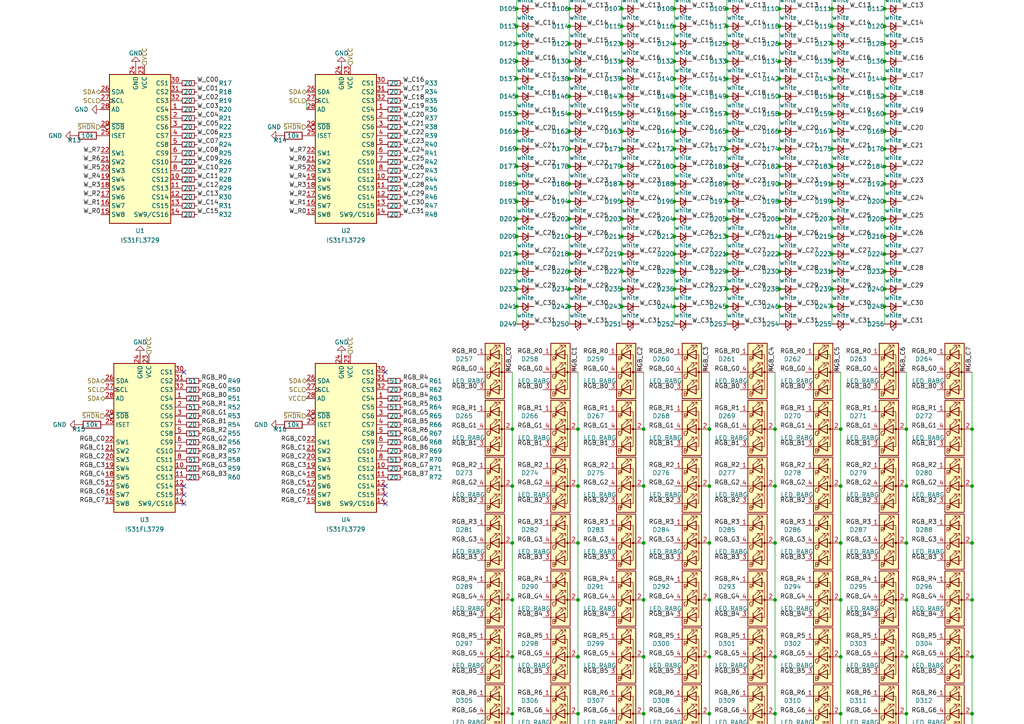
<source format=kicad_sch>
(kicad_sch (version 20211123) (generator eeschema)
  (paper "A4")
  (junction (at 226.06 -38.1))
  (junction (at 167.64 140.97))
  (junction (at 180.34 22.86))
  (junction (at 148.59 157.48))
  (junction (at 148.59 173.99))
  (junction (at 167.64 173.99))
  (junction (at 210.82 -43.18))
  (junction (at 165.1 -17.78))
  (junction (at 180.34 -7.62))
  (junction (at 241.3 88.9))
  (junction (at 241.3 68.58))
  (junction (at 241.3 83.82))
  (junction (at 262.89 124.46))
  (junction (at 165.1 17.78))
  (junction (at 256.54 -12.7))
  (junction (at 180.34 43.18))
  (junction (at 226.06 58.42))
  (junction (at 180.34 27.94))
  (junction (at 149.86 -43.18))
  (junction (at 165.1 -63.5))
  (junction (at 149.86 -12.7))
  (junction (at 256.54 12.7))
  (junction (at 241.3 43.18))
  (junction (at 180.34 83.82))
  (junction (at 149.86 43.18))
  (junction (at 226.06 -58.42))
  (junction (at 226.06 63.5))
  (junction (at 149.86 12.7))
  (junction (at 180.34 -43.18))
  (junction (at 195.58 63.5))
  (junction (at 256.54 -2.54))
  (junction (at 186.69 140.97))
  (junction (at 262.89 207.01))
  (junction (at 226.06 2.54))
  (junction (at 195.58 22.86))
  (junction (at 167.64 124.46))
  (junction (at 149.86 53.34))
  (junction (at 149.86 83.82))
  (junction (at 195.58 -38.1))
  (junction (at 180.34 12.7))
  (junction (at 256.54 -17.78))
  (junction (at 243.84 190.5))
  (junction (at 241.3 -38.1))
  (junction (at 226.06 -43.18))
  (junction (at 243.84 157.48))
  (junction (at 281.94 157.48))
  (junction (at 281.94 124.46))
  (junction (at 195.58 -58.42))
  (junction (at 149.86 -22.86))
  (junction (at 180.34 -27.94))
  (junction (at 195.58 83.82))
  (junction (at 210.82 33.02))
  (junction (at 148.59 124.46))
  (junction (at 224.79 190.5))
  (junction (at 226.06 27.94))
  (junction (at 165.1 7.62))
  (junction (at 241.3 2.54))
  (junction (at 256.54 48.26))
  (junction (at 180.34 48.26))
  (junction (at 210.82 88.9))
  (junction (at 195.58 -7.62))
  (junction (at 165.1 78.74))
  (junction (at 195.58 -33.02))
  (junction (at 149.86 17.78))
  (junction (at 149.86 58.42))
  (junction (at 149.86 27.94))
  (junction (at 195.58 78.74))
  (junction (at 165.1 58.42))
  (junction (at 226.06 -12.7))
  (junction (at 180.34 -17.78))
  (junction (at 210.82 -58.42))
  (junction (at 262.89 190.5))
  (junction (at 226.06 83.82))
  (junction (at 210.82 53.34))
  (junction (at 195.58 2.54))
  (junction (at 165.1 83.82))
  (junction (at 165.1 53.34))
  (junction (at 165.1 2.54))
  (junction (at 256.54 -48.26))
  (junction (at 180.34 -63.5))
  (junction (at 281.94 190.5))
  (junction (at 226.06 68.58))
  (junction (at 224.79 157.48))
  (junction (at 195.58 -22.86))
  (junction (at 165.1 68.58))
  (junction (at 256.54 -58.42))
  (junction (at 256.54 7.62))
  (junction (at 256.54 -27.94))
  (junction (at 149.86 -27.94))
  (junction (at 210.82 22.86))
  (junction (at 180.34 7.62))
  (junction (at 210.82 58.42))
  (junction (at 243.84 140.97))
  (junction (at 224.79 124.46))
  (junction (at 180.34 2.54))
  (junction (at 210.82 -33.02))
  (junction (at 210.82 17.78))
  (junction (at 226.06 -48.26))
  (junction (at 180.34 -2.54))
  (junction (at 210.82 -48.26))
  (junction (at 256.54 83.82))
  (junction (at 195.58 43.18))
  (junction (at 256.54 43.18))
  (junction (at 226.06 -17.78))
  (junction (at 243.84 173.99))
  (junction (at 256.54 27.94))
  (junction (at 210.82 63.5))
  (junction (at 165.1 12.7))
  (junction (at 256.54 33.02))
  (junction (at 195.58 73.66))
  (junction (at 195.58 -17.78))
  (junction (at 241.3 73.66))
  (junction (at 226.06 -7.62))
  (junction (at 180.34 -38.1))
  (junction (at 241.3 -2.54))
  (junction (at 165.1 -48.26))
  (junction (at 241.3 7.62))
  (junction (at 186.69 157.48))
  (junction (at 210.82 -7.62))
  (junction (at 180.34 -22.86))
  (junction (at 210.82 -22.86))
  (junction (at 241.3 38.1))
  (junction (at 148.59 190.5))
  (junction (at 210.82 27.94))
  (junction (at 241.3 -48.26))
  (junction (at 241.3 -7.62))
  (junction (at 256.54 53.34))
  (junction (at 195.58 -48.26))
  (junction (at 180.34 -53.34))
  (junction (at 186.69 207.01))
  (junction (at 165.1 -53.34))
  (junction (at 256.54 22.86))
  (junction (at 165.1 -7.62))
  (junction (at 210.82 -17.78))
  (junction (at 226.06 33.02))
  (junction (at 241.3 -58.42))
  (junction (at 210.82 7.62))
  (junction (at 226.06 43.18))
  (junction (at 210.82 48.26))
  (junction (at 224.79 173.99))
  (junction (at 256.54 -53.34))
  (junction (at 180.34 63.5))
  (junction (at 195.58 17.78))
  (junction (at 195.58 88.9))
  (junction (at 210.82 -53.34))
  (junction (at 226.06 -63.5))
  (junction (at 210.82 83.82))
  (junction (at 195.58 12.7))
  (junction (at 210.82 -27.94))
  (junction (at 256.54 58.42))
  (junction (at 210.82 38.1))
  (junction (at 165.1 22.86))
  (junction (at 210.82 78.74))
  (junction (at 148.59 140.97))
  (junction (at 226.06 -33.02))
  (junction (at 256.54 -38.1))
  (junction (at 210.82 68.58))
  (junction (at 224.79 207.01))
  (junction (at 205.74 124.46))
  (junction (at 226.06 17.78))
  (junction (at 241.3 48.26))
  (junction (at 210.82 -2.54))
  (junction (at 165.1 43.18))
  (junction (at 210.82 -38.1))
  (junction (at 226.06 -22.86))
  (junction (at 195.58 -27.94))
  (junction (at 195.58 27.94))
  (junction (at 241.3 -63.5))
  (junction (at 241.3 -33.02))
  (junction (at 195.58 -2.54))
  (junction (at 210.82 -63.5))
  (junction (at 149.86 -53.34))
  (junction (at 226.06 12.7))
  (junction (at 165.1 63.5))
  (junction (at 165.1 -38.1))
  (junction (at 195.58 38.1))
  (junction (at 241.3 -27.94))
  (junction (at 167.64 157.48))
  (junction (at 180.34 17.78))
  (junction (at 180.34 33.02))
  (junction (at 210.82 -12.7))
  (junction (at 256.54 -7.62))
  (junction (at 195.58 53.34))
  (junction (at 210.82 2.54))
  (junction (at 180.34 -48.26))
  (junction (at 241.3 -12.7))
  (junction (at 241.3 17.78))
  (junction (at 180.34 68.58))
  (junction (at 243.84 124.46))
  (junction (at 180.34 58.42))
  (junction (at 241.3 -17.78))
  (junction (at 167.64 207.01))
  (junction (at 180.34 73.66))
  (junction (at 281.94 207.01))
  (junction (at 241.3 33.02))
  (junction (at 226.06 78.74))
  (junction (at 241.3 -43.18))
  (junction (at 180.34 -12.7))
  (junction (at 186.69 173.99))
  (junction (at 180.34 38.1))
  (junction (at 241.3 78.74))
  (junction (at 195.58 68.58))
  (junction (at 256.54 -22.86))
  (junction (at 256.54 17.78))
  (junction (at 165.1 -33.02))
  (junction (at 226.06 22.86))
  (junction (at 205.74 157.48))
  (junction (at 149.86 68.58))
  (junction (at 165.1 -27.94))
  (junction (at 180.34 53.34))
  (junction (at 149.86 33.02))
  (junction (at 180.34 -33.02))
  (junction (at 149.86 -7.62))
  (junction (at 167.64 190.5))
  (junction (at 195.58 -63.5))
  (junction (at 205.74 190.5))
  (junction (at 210.82 43.18))
  (junction (at 256.54 63.5))
  (junction (at 241.3 12.7))
  (junction (at 149.86 78.74))
  (junction (at 186.69 190.5))
  (junction (at 149.86 -33.02))
  (junction (at 256.54 -43.18))
  (junction (at 256.54 -33.02))
  (junction (at 195.58 58.42))
  (junction (at 149.86 7.62))
  (junction (at 165.1 -43.18))
  (junction (at 210.82 73.66))
  (junction (at 256.54 73.66))
  (junction (at 165.1 -58.42))
  (junction (at 256.54 88.9))
  (junction (at 195.58 7.62))
  (junction (at 256.54 -63.5))
  (junction (at 281.94 173.99))
  (junction (at 262.89 140.97))
  (junction (at 226.06 38.1))
  (junction (at 149.86 38.1))
  (junction (at 165.1 -2.54))
  (junction (at 262.89 157.48))
  (junction (at 195.58 33.02))
  (junction (at 226.06 -2.54))
  (junction (at 149.86 -17.78))
  (junction (at 149.86 -58.42))
  (junction (at 149.86 2.54))
  (junction (at 226.06 73.66))
  (junction (at 241.3 53.34))
  (junction (at 149.86 73.66))
  (junction (at 241.3 -53.34))
  (junction (at 149.86 63.5))
  (junction (at 165.1 73.66))
  (junction (at 243.84 207.01))
  (junction (at 205.74 207.01))
  (junction (at 165.1 48.26))
  (junction (at 195.58 -53.34))
  (junction (at 281.94 140.97))
  (junction (at 226.06 7.62))
  (junction (at 149.86 -2.54))
  (junction (at 241.3 -22.86))
  (junction (at 148.59 207.01))
  (junction (at 165.1 33.02))
  (junction (at 226.06 88.9))
  (junction (at 241.3 22.86))
  (junction (at 205.74 140.97))
  (junction (at 226.06 -53.34))
  (junction (at 226.06 48.26))
  (junction (at 165.1 -22.86))
  (junction (at 195.58 48.26))
  (junction (at 149.86 -38.1))
  (junction (at 195.58 -12.7))
  (junction (at 165.1 27.94))
  (junction (at 149.86 48.26))
  (junction (at 165.1 38.1))
  (junction (at 226.06 -27.94))
  (junction (at 149.86 22.86))
  (junction (at 262.89 173.99))
  (junction (at 186.69 124.46))
  (junction (at 256.54 38.1))
  (junction (at 180.34 -58.42))
  (junction (at 149.86 -48.26))
  (junction (at 241.3 63.5))
  (junction (at 256.54 68.58))
  (junction (at 205.74 173.99))
  (junction (at 224.79 140.97))
  (junction (at 241.3 27.94))
  (junction (at 180.34 78.74))
  (junction (at 149.86 -63.5))
  (junction (at 210.82 12.7))
  (junction (at 149.86 88.9))
  (junction (at 165.1 88.9))
  (junction (at 226.06 53.34))
  (junction (at 180.34 88.9))
  (junction (at 256.54 78.74))
  (junction (at 241.3 58.42))
  (junction (at 195.58 -43.18))
  (junction (at 165.1 -12.7))
  (junction (at 256.54 2.54))
  (no_connect (at 53.34 140.97))
  (no_connect (at 53.34 146.05))
  (no_connect (at 53.34 143.51))
  (no_connect (at 111.76 107.95))
  (no_connect (at 111.76 146.05))
  (no_connect (at 53.34 107.95))
  (no_connect (at 111.76 140.97))
  (no_connect (at 111.76 143.51))
  (wire (pts (xy 256.54 -12.7) (xy 256.54 -7.62)))
  (wire (pts (xy 180.34 73.66) (xy 180.34 78.74)))
  (wire (pts (xy 165.1 -33.02) (xy 165.1 -27.94)))
  (wire (pts (xy 205.74 124.46) (xy 205.74 140.97)))
  (wire (pts (xy 243.84 157.48) (xy 243.84 173.99)))
  (wire (pts (xy 149.86 2.54) (xy 149.86 7.62)))
  (wire (pts (xy 205.74 107.95) (xy 205.74 124.46)))
  (wire (pts (xy 180.34 -63.5) (xy 180.34 -58.42)))
  (wire (pts (xy 226.06 83.82) (xy 226.06 88.9)))
  (wire (pts (xy 256.54 73.66) (xy 256.54 78.74)))
  (wire (pts (xy 186.69 124.46) (xy 186.69 140.97)))
  (wire (pts (xy 226.06 -2.54) (xy 226.06 2.54)))
  (wire (pts (xy 210.82 -48.26) (xy 210.82 -43.18)))
  (wire (pts (xy 210.82 78.74) (xy 210.82 83.82)))
  (wire (pts (xy 226.06 2.54) (xy 226.06 7.62)))
  (wire (pts (xy 226.06 -22.86) (xy 226.06 -17.78)))
  (wire (pts (xy 149.86 -2.54) (xy 149.86 2.54)))
  (wire (pts (xy 241.3 27.94) (xy 241.3 33.02)))
  (wire (pts (xy 241.3 -38.1) (xy 241.3 -33.02)))
  (wire (pts (xy 205.74 140.97) (xy 205.74 157.48)))
  (wire (pts (xy 226.06 58.42) (xy 226.06 63.5)))
  (wire (pts (xy 195.58 12.7) (xy 195.58 17.78)))
  (wire (pts (xy 195.58 73.66) (xy 195.58 78.74)))
  (wire (pts (xy 195.58 -43.18) (xy 195.58 -38.1)))
  (wire (pts (xy 195.58 27.94) (xy 195.58 33.02)))
  (wire (pts (xy 226.06 7.62) (xy 226.06 12.7)))
  (wire (pts (xy 167.64 207.01) (xy 167.64 223.52)))
  (wire (pts (xy 186.69 207.01) (xy 186.69 223.52)))
  (wire (pts (xy 256.54 17.78) (xy 256.54 22.86)))
  (wire (pts (xy 195.58 -58.42) (xy 195.58 -53.34)))
  (wire (pts (xy 262.89 140.97) (xy 262.89 157.48)))
  (wire (pts (xy 165.1 -12.7) (xy 165.1 -7.62)))
  (wire (pts (xy 210.82 -12.7) (xy 210.82 -7.62)))
  (wire (pts (xy 205.74 173.99) (xy 205.74 190.5)))
  (wire (pts (xy 195.58 68.58) (xy 195.58 73.66)))
  (wire (pts (xy 262.89 124.46) (xy 262.89 140.97)))
  (wire (pts (xy 226.06 53.34) (xy 226.06 58.42)))
  (wire (pts (xy 256.54 27.94) (xy 256.54 33.02)))
  (wire (pts (xy 243.84 107.95) (xy 243.84 124.46)))
  (wire (pts (xy 256.54 -58.42) (xy 256.54 -53.34)))
  (wire (pts (xy 149.86 -12.7) (xy 149.86 -7.62)))
  (wire (pts (xy 210.82 -27.94) (xy 210.82 -22.86)))
  (wire (pts (xy 210.82 68.58) (xy 210.82 73.66)))
  (wire (pts (xy 256.54 -27.94) (xy 256.54 -22.86)))
  (wire (pts (xy 195.58 63.5) (xy 195.58 68.58)))
  (wire (pts (xy 241.3 -48.26) (xy 241.3 -43.18)))
  (wire (pts (xy 226.06 78.74) (xy 226.06 83.82)))
  (wire (pts (xy 180.34 -43.18) (xy 180.34 -38.1)))
  (wire (pts (xy 210.82 -53.34) (xy 210.82 -48.26)))
  (wire (pts (xy 165.1 -53.34) (xy 165.1 -48.26)))
  (wire (pts (xy 167.64 173.99) (xy 167.64 190.5)))
  (wire (pts (xy 226.06 38.1) (xy 226.06 43.18)))
  (wire (pts (xy 224.79 207.01) (xy 224.79 223.52)))
  (wire (pts (xy 281.94 157.48) (xy 281.94 173.99)))
  (wire (pts (xy 165.1 88.9) (xy 165.1 93.98)))
  (wire (pts (xy 210.82 43.18) (xy 210.82 48.26)))
  (wire (pts (xy 195.58 -12.7) (xy 195.58 -7.62)))
  (wire (pts (xy 256.54 -48.26) (xy 256.54 -43.18)))
  (wire (pts (xy 241.3 63.5) (xy 241.3 68.58)))
  (wire (pts (xy 226.06 -12.7) (xy 226.06 -7.62)))
  (wire (pts (xy 241.3 2.54) (xy 241.3 7.62)))
  (wire (pts (xy 180.34 38.1) (xy 180.34 43.18)))
  (wire (pts (xy 210.82 22.86) (xy 210.82 27.94)))
  (wire (pts (xy 180.34 7.62) (xy 180.34 12.7)))
  (wire (pts (xy 256.54 88.9) (xy 256.54 93.98)))
  (wire (pts (xy 180.34 33.02) (xy 180.34 38.1)))
  (wire (pts (xy 165.1 -68.58) (xy 165.1 -63.5)))
  (wire (pts (xy 224.79 157.48) (xy 224.79 173.99)))
  (wire (pts (xy 256.54 -2.54) (xy 256.54 2.54)))
  (wire (pts (xy 226.06 12.7) (xy 226.06 17.78)))
  (wire (pts (xy 210.82 12.7) (xy 210.82 17.78)))
  (wire (pts (xy 180.34 63.5) (xy 180.34 68.58)))
  (wire (pts (xy 149.86 33.02) (xy 149.86 38.1)))
  (wire (pts (xy 149.86 73.66) (xy 149.86 78.74)))
  (wire (pts (xy 149.86 -22.86) (xy 149.86 -17.78)))
  (wire (pts (xy 195.58 -53.34) (xy 195.58 -48.26)))
  (wire (pts (xy 180.34 -2.54) (xy 180.34 2.54)))
  (wire (pts (xy 281.94 107.95) (xy 281.94 124.46)))
  (wire (pts (xy 148.59 157.48) (xy 148.59 173.99)))
  (wire (pts (xy 149.86 -63.5) (xy 149.86 -58.42)))
  (wire (pts (xy 149.86 -17.78) (xy 149.86 -12.7)))
  (wire (pts (xy 186.69 157.48) (xy 186.69 173.99)))
  (wire (pts (xy 167.64 124.46) (xy 167.64 140.97)))
  (wire (pts (xy 226.06 73.66) (xy 226.06 78.74)))
  (wire (pts (xy 165.1 53.34) (xy 165.1 58.42)))
  (wire (pts (xy 165.1 33.02) (xy 165.1 38.1)))
  (wire (pts (xy 210.82 -33.02) (xy 210.82 -27.94)))
  (wire (pts (xy 243.84 140.97) (xy 243.84 157.48)))
  (wire (pts (xy 180.34 -17.78) (xy 180.34 -12.7)))
  (wire (pts (xy 256.54 -43.18) (xy 256.54 -38.1)))
  (wire (pts (xy 210.82 17.78) (xy 210.82 22.86)))
  (wire (pts (xy 256.54 -22.86) (xy 256.54 -17.78)))
  (wire (pts (xy 210.82 27.94) (xy 210.82 33.02)))
  (wire (pts (xy 180.34 27.94) (xy 180.34 33.02)))
  (wire (pts (xy 210.82 -43.18) (xy 210.82 -38.1)))
  (wire (pts (xy 149.86 -68.58) (xy 149.86 -63.5)))
  (wire (pts (xy 241.3 -33.02) (xy 241.3 -27.94)))
  (wire (pts (xy 180.34 88.9) (xy 180.34 93.98)))
  (wire (pts (xy 165.1 78.74) (xy 165.1 83.82)))
  (wire (pts (xy 226.06 -7.62) (xy 226.06 -2.54)))
  (wire (pts (xy 180.34 -38.1) (xy 180.34 -33.02)))
  (wire (pts (xy 148.59 207.01) (xy 148.59 223.52)))
  (wire (pts (xy 281.94 207.01) (xy 281.94 223.52)))
  (wire (pts (xy 149.86 58.42) (xy 149.86 63.5)))
  (wire (pts (xy 186.69 107.95) (xy 186.69 124.46)))
  (wire (pts (xy 226.06 -48.26) (xy 226.06 -43.18)))
  (wire (pts (xy 241.3 43.18) (xy 241.3 48.26)))
  (wire (pts (xy 180.34 -53.34) (xy 180.34 -48.26)))
  (wire (pts (xy 226.06 48.26) (xy 226.06 53.34)))
  (wire (pts (xy 149.86 -48.26) (xy 149.86 -43.18)))
  (wire (pts (xy 195.58 -48.26) (xy 195.58 -43.18)))
  (wire (pts (xy 262.89 190.5) (xy 262.89 207.01)))
  (wire (pts (xy 256.54 38.1) (xy 256.54 43.18)))
  (wire (pts (xy 149.86 -58.42) (xy 149.86 -53.34)))
  (wire (pts (xy 241.3 78.74) (xy 241.3 83.82)))
  (wire (pts (xy 195.58 83.82) (xy 195.58 88.9)))
  (wire (pts (xy 180.34 -58.42) (xy 180.34 -53.34)))
  (wire (pts (xy 149.86 -53.34) (xy 149.86 -48.26)))
  (wire (pts (xy 186.69 190.5) (xy 186.69 207.01)))
  (wire (pts (xy 262.89 107.95) (xy 262.89 124.46)))
  (wire (pts (xy 149.86 22.86) (xy 149.86 27.94)))
  (wire (pts (xy 180.34 58.42) (xy 180.34 63.5)))
  (wire (pts (xy 195.58 53.34) (xy 195.58 58.42)))
  (wire (pts (xy 195.58 7.62) (xy 195.58 12.7)))
  (wire (pts (xy 226.06 43.18) (xy 226.06 48.26)))
  (wire (pts (xy 165.1 -48.26) (xy 165.1 -43.18)))
  (wire (pts (xy 149.86 -33.02) (xy 149.86 -27.94)))
  (wire (pts (xy 241.3 73.66) (xy 241.3 78.74)))
  (wire (pts (xy 226.06 -43.18) (xy 226.06 -38.1)))
  (wire (pts (xy 241.3 7.62) (xy 241.3 12.7)))
  (wire (pts (xy 210.82 -2.54) (xy 210.82 2.54)))
  (wire (pts (xy 256.54 -33.02) (xy 256.54 -27.94)))
  (wire (pts (xy 165.1 2.54) (xy 165.1 7.62)))
  (wire (pts (xy 165.1 68.58) (xy 165.1 73.66)))
  (wire (pts (xy 149.86 12.7) (xy 149.86 17.78)))
  (wire (pts (xy 256.54 -38.1) (xy 256.54 -33.02)))
  (wire (pts (xy 180.34 22.86) (xy 180.34 27.94)))
  (wire (pts (xy 256.54 33.02) (xy 256.54 38.1)))
  (wire (pts (xy 241.3 12.7) (xy 241.3 17.78)))
  (wire (pts (xy 167.64 190.5) (xy 167.64 207.01)))
  (wire (pts (xy 148.59 173.99) (xy 148.59 190.5)))
  (wire (pts (xy 210.82 33.02) (xy 210.82 38.1)))
  (wire (pts (xy 165.1 -2.54) (xy 165.1 2.54)))
  (wire (pts (xy 195.58 2.54) (xy 195.58 7.62)))
  (wire (pts (xy 180.34 -48.26) (xy 180.34 -43.18)))
  (wire (pts (xy 256.54 63.5) (xy 256.54 68.58)))
  (wire (pts (xy 210.82 53.34) (xy 210.82 58.42)))
  (wire (pts (xy 165.1 -22.86) (xy 165.1 -17.78)))
  (wire (pts (xy 149.86 63.5) (xy 149.86 68.58)))
  (wire (pts (xy 165.1 -7.62) (xy 165.1 -2.54)))
  (wire (pts (xy 226.06 27.94) (xy 226.06 33.02)))
  (wire (pts (xy 148.59 107.95) (xy 148.59 124.46)))
  (wire (pts (xy 165.1 17.78) (xy 165.1 22.86)))
  (wire (pts (xy 149.86 27.94) (xy 149.86 33.02)))
  (wire (pts (xy 149.86 7.62) (xy 149.86 12.7)))
  (wire (pts (xy 195.58 -27.94) (xy 195.58 -22.86)))
  (wire (pts (xy 195.58 48.26) (xy 195.58 53.34)))
  (wire (pts (xy 149.86 88.9) (xy 149.86 93.98)))
  (wire (pts (xy 241.3 -58.42) (xy 241.3 -53.34)))
  (wire (pts (xy 149.86 38.1) (xy 149.86 43.18)))
  (wire (pts (xy 224.79 190.5) (xy 224.79 207.01)))
  (wire (pts (xy 210.82 -38.1) (xy 210.82 -33.02)))
  (wire (pts (xy 256.54 -17.78) (xy 256.54 -12.7)))
  (wire (pts (xy 205.74 157.48) (xy 205.74 173.99)))
  (wire (pts (xy 256.54 83.82) (xy 256.54 88.9)))
  (wire (pts (xy 186.69 140.97) (xy 186.69 157.48)))
  (wire (pts (xy 148.59 140.97) (xy 148.59 157.48)))
  (wire (pts (xy 241.3 -27.94) (xy 241.3 -22.86)))
  (wire (pts (xy 165.1 83.82) (xy 165.1 88.9)))
  (wire (pts (xy 210.82 88.9) (xy 210.82 93.98)))
  (wire (pts (xy 180.34 68.58) (xy 180.34 73.66)))
  (wire (pts (xy 210.82 2.54) (xy 210.82 7.62)))
  (wire (pts (xy 180.34 43.18) (xy 180.34 48.26)))
  (wire (pts (xy 148.59 190.5) (xy 148.59 207.01)))
  (wire (pts (xy 149.86 48.26) (xy 149.86 53.34)))
  (wire (pts (xy 241.3 48.26) (xy 241.3 53.34)))
  (wire (pts (xy 195.58 33.02) (xy 195.58 38.1)))
  (wire (pts (xy 210.82 7.62) (xy 210.82 12.7)))
  (wire (pts (xy 149.86 -43.18) (xy 149.86 -38.1)))
  (wire (pts (xy 210.82 -68.58) (xy 210.82 -63.5)))
  (wire (pts (xy 256.54 7.62) (xy 256.54 12.7)))
  (wire (pts (xy 224.79 124.46) (xy 224.79 140.97)))
  (wire (pts (xy 210.82 48.26) (xy 210.82 53.34)))
  (wire (pts (xy 256.54 2.54) (xy 256.54 7.62)))
  (wire (pts (xy 180.34 48.26) (xy 180.34 53.34)))
  (wire (pts (xy 241.3 -63.5) (xy 241.3 -58.42)))
  (wire (pts (xy 186.69 173.99) (xy 186.69 190.5)))
  (wire (pts (xy 241.3 22.86) (xy 241.3 27.94)))
  (wire (pts (xy 165.1 43.18) (xy 165.1 48.26)))
  (wire (pts (xy 165.1 -38.1) (xy 165.1 -33.02)))
  (wire (pts (xy 180.34 78.74) (xy 180.34 83.82)))
  (wire (pts (xy 195.58 -38.1) (xy 195.58 -33.02)))
  (wire (pts (xy 210.82 83.82) (xy 210.82 88.9)))
  (wire (pts (xy 241.3 -7.62) (xy 241.3 -2.54)))
  (wire (pts (xy 256.54 12.7) (xy 256.54 17.78)))
  (wire (pts (xy 241.3 68.58) (xy 241.3 73.66)))
  (wire (pts (xy 180.34 53.34) (xy 180.34 58.42)))
  (wire (pts (xy 165.1 63.5) (xy 165.1 68.58)))
  (wire (pts (xy 256.54 78.74) (xy 256.54 83.82)))
  (wire (pts (xy 210.82 -58.42) (xy 210.82 -53.34)))
  (wire (pts (xy 262.89 157.48) (xy 262.89 173.99)))
  (wire (pts (xy 241.3 -22.86) (xy 241.3 -17.78)))
  (wire (pts (xy 226.06 33.02) (xy 226.06 38.1)))
  (wire (pts (xy 226.06 68.58) (xy 226.06 73.66)))
  (wire (pts (xy 256.54 -63.5) (xy 256.54 -58.42)))
  (wire (pts (xy 180.34 -7.62) (xy 180.34 -2.54)))
  (wire (pts (xy 165.1 58.42) (xy 165.1 63.5)))
  (wire (pts (xy 149.86 -38.1) (xy 149.86 -33.02)))
  (wire (pts (xy 195.58 -63.5) (xy 195.58 -58.42)))
  (wire (pts (xy 226.06 -38.1) (xy 226.06 -33.02)))
  (wire (pts (xy 165.1 22.86) (xy 165.1 27.94)))
  (wire (pts (xy 165.1 27.94) (xy 165.1 33.02)))
  (wire (pts (xy 180.34 -27.94) (xy 180.34 -22.86)))
  (wire (pts (xy 167.64 140.97) (xy 167.64 157.48)))
  (wire (pts (xy 195.58 17.78) (xy 195.58 22.86)))
  (wire (pts (xy 256.54 -53.34) (xy 256.54 -48.26)))
  (wire (pts (xy 243.84 207.01) (xy 243.84 223.52)))
  (wire (pts (xy 224.79 107.95) (xy 224.79 124.46)))
  (wire (pts (xy 165.1 7.62) (xy 165.1 12.7)))
  (wire (pts (xy 195.58 -2.54) (xy 195.58 2.54)))
  (wire (pts (xy 210.82 63.5) (xy 210.82 68.58)))
  (wire (pts (xy 195.58 43.18) (xy 195.58 48.26)))
  (wire (pts (xy 149.86 -7.62) (xy 149.86 -2.54)))
  (wire (pts (xy 226.06 -58.42) (xy 226.06 -53.34)))
  (wire (pts (xy 210.82 -17.78) (xy 210.82 -12.7)))
  (wire (pts (xy 210.82 58.42) (xy 210.82 63.5)))
  (wire (pts (xy 205.74 190.5) (xy 205.74 207.01)))
  (wire (pts (xy 165.1 73.66) (xy 165.1 78.74)))
  (wire (pts (xy 149.86 17.78) (xy 149.86 22.86)))
  (wire (pts (xy 165.1 -27.94) (xy 165.1 -22.86)))
  (wire (pts (xy 224.79 140.97) (xy 224.79 157.48)))
  (wire (pts (xy 241.3 83.82) (xy 241.3 88.9)))
  (wire (pts (xy 241.3 -53.34) (xy 241.3 -48.26)))
  (wire (pts (xy 241.3 -68.58) (xy 241.3 -63.5)))
  (wire (pts (xy 180.34 -12.7) (xy 180.34 -7.62)))
  (wire (pts (xy 165.1 12.7) (xy 165.1 17.78)))
  (wire (pts (xy 241.3 -43.18) (xy 241.3 -38.1)))
  (wire (pts (xy 281.94 173.99) (xy 281.94 190.5)))
  (wire (pts (xy 281.94 140.97) (xy 281.94 157.48)))
  (wire (pts (xy 180.34 17.78) (xy 180.34 22.86)))
  (wire (pts (xy 180.34 -68.58) (xy 180.34 -63.5)))
  (wire (pts (xy 149.86 43.18) (xy 149.86 48.26)))
  (wire (pts (xy 180.34 -22.86) (xy 180.34 -17.78)))
  (wire (pts (xy 226.06 17.78) (xy 226.06 22.86)))
  (wire (pts (xy 241.3 58.42) (xy 241.3 63.5)))
  (wire (pts (xy 195.58 78.74) (xy 195.58 83.82)))
  (wire (pts (xy 180.34 -33.02) (xy 180.34 -27.94)))
  (wire (pts (xy 195.58 38.1) (xy 195.58 43.18)))
  (wire (pts (xy 149.86 -27.94) (xy 149.86 -22.86)))
  (wire (pts (xy 243.84 190.5) (xy 243.84 207.01)))
  (wire (pts (xy 149.86 53.34) (xy 149.86 58.42)))
  (wire (pts (xy 165.1 38.1) (xy 165.1 43.18)))
  (wire (pts (xy 149.86 68.58) (xy 149.86 73.66)))
  (wire (pts (xy 148.59 124.46) (xy 148.59 140.97)))
  (wire (pts (xy 226.06 -68.58) (xy 226.06 -63.5)))
  (wire (pts (xy 210.82 73.66) (xy 210.82 78.74)))
  (wire (pts (xy 256.54 22.86) (xy 256.54 27.94)))
  (wire (pts (xy 195.58 -22.86) (xy 195.58 -17.78)))
  (wire (pts (xy 180.34 83.82) (xy 180.34 88.9)))
  (wire (pts (xy 210.82 -22.86) (xy 210.82 -17.78)))
  (wire (pts (xy 165.1 -17.78) (xy 165.1 -12.7)))
  (wire (pts (xy 180.34 12.7) (xy 180.34 17.78)))
  (wire (pts (xy 205.74 207.01) (xy 205.74 223.52)))
  (wire (pts (xy 167.64 157.48) (xy 167.64 173.99)))
  (wire (pts (xy 241.3 -2.54) (xy 241.3 2.54)))
  (wire (pts (xy 256.54 43.18) (xy 256.54 48.26)))
  (wire (pts (xy 241.3 53.34) (xy 241.3 58.42)))
  (wire (pts (xy 195.58 88.9) (xy 195.58 93.98)))
  (wire (pts (xy 262.89 207.01) (xy 262.89 223.52)))
  (wire (pts (xy 149.86 83.82) (xy 149.86 88.9)))
  (wire (pts (xy 243.84 124.46) (xy 243.84 140.97)))
  (wire (pts (xy 226.06 88.9) (xy 226.06 93.98)))
  (wire (pts (xy 241.3 88.9) (xy 241.3 93.98)))
  (wire (pts (xy 226.06 -17.78) (xy 226.06 -12.7)))
  (wire (pts (xy 262.89 173.99) (xy 262.89 190.5)))
  (wire (pts (xy 195.58 -7.62) (xy 195.58 -2.54)))
  (wire (pts (xy 224.79 173.99) (xy 224.79 190.5)))
  (wire (pts (xy 241.3 38.1) (xy 241.3 43.18)))
  (wire (pts (xy 256.54 53.34) (xy 256.54 58.42)))
  (wire (pts (xy 241.3 33.02) (xy 241.3 38.1)))
  (wire (pts (xy 195.58 -68.58) (xy 195.58 -63.5)))
  (wire (pts (xy 226.06 22.86) (xy 226.06 27.94)))
  (wire (pts (xy 243.84 173.99) (xy 243.84 190.5)))
  (wire (pts (xy 241.3 -12.7) (xy 241.3 -7.62)))
  (wire (pts (xy 210.82 -7.62) (xy 210.82 -2.54)))
  (wire (pts (xy 167.64 107.95) (xy 167.64 124.46)))
  (wire (pts (xy 226.06 -33.02) (xy 226.06 -27.94)))
  (wire (pts (xy 241.3 17.78) (xy 241.3 22.86)))
  (wire (pts (xy 195.58 -17.78) (xy 195.58 -12.7)))
  (wire (pts (xy 165.1 48.26) (xy 165.1 53.34)))
  (wire (pts (xy 281.94 190.5) (xy 281.94 207.01)))
  (wire (pts (xy 165.1 -58.42) (xy 165.1 -53.34)))
  (wire (pts (xy 149.86 78.74) (xy 149.86 83.82)))
  (wire (pts (xy 210.82 38.1) (xy 210.82 43.18)))
  (wire (pts (xy 256.54 -7.62) (xy 256.54 -2.54)))
  (wire (pts (xy 210.82 -63.5) (xy 210.82 -58.42)))
  (wire (pts (xy 226.06 -27.94) (xy 226.06 -22.86)))
  (wire (pts (xy 180.34 2.54) (xy 180.34 7.62)))
  (wire (pts (xy 256.54 48.26) (xy 256.54 53.34)))
  (wire (pts (xy 88.9 29.21) (xy 88.9 31.75)))
  (wire (pts (xy 195.58 22.86) (xy 195.58 27.94)))
  (wire (pts (xy 256.54 68.58) (xy 256.54 73.66)))
  (wire (pts (xy 165.1 -43.18) (xy 165.1 -38.1)))
  (wire (pts (xy 226.06 63.5) (xy 226.06 68.58)))
  (wire (pts (xy 226.06 -53.34) (xy 226.06 -48.26)))
  (wire (pts (xy 195.58 58.42) (xy 195.58 63.5)))
  (wire (pts (xy 281.94 124.46) (xy 281.94 140.97)))
  (wire (pts (xy 241.3 -17.78) (xy 241.3 -12.7)))
  (wire (pts (xy 165.1 -63.5) (xy 165.1 -58.42)))
  (wire (pts (xy 256.54 -68.58) (xy 256.54 -63.5)))
  (wire (pts (xy 226.06 -63.5) (xy 226.06 -58.42)))
  (wire (pts (xy 256.54 58.42) (xy 256.54 63.5)))
  (wire (pts (xy 195.58 -33.02) (xy 195.58 -27.94)))
  (label "W_C00" (at 57.15 24.13 0))
  (label "RGB_B5" (at 233.68 195.58 180))
  (label "RGB_G2" (at 233.68 140.97 180))
  (label "RGB_C0" (at 30.48 128.27 180))
  (label "W_C04" (at 261.62 -43.18 0))
  (label "W_C04" (at 215.9 -43.18 0))
  (label "W_C04" (at 154.94 -43.18 0))
  (label "RGB_B6" (at 195.58 212.09 180))
  (label "RGB_B6" (at 271.78 212.09 180))
  (label "W_C03" (at 231.14 -48.26 0))
  (label "RGB_R3" (at 233.68 152.4 180))
  (label "RGB_G3" (at 252.73 157.48 180))
  (label "RGB_C4" (at 88.9 138.43 180))
  (label "W_C02" (at 261.62 -53.34 0))
  (label "W_C23" (at 170.18 53.34 0))
  (label "W_C10" (at 231.14 -12.7 0))
  (label "W_C11" (at 200.66 -7.62 0))
  (label "W_C09" (at 200.66 -17.78 0))
  (label "W_C03" (at 261.62 -48.26 0))
  (label "RGB_B3" (at 271.78 162.56 180))
  (label "RGB_G1" (at 271.78 124.46 180))
  (label "RGB_G1" (at 157.48 124.46 180))
  (label "W_C07" (at 261.62 -27.94 0))
  (label "W_C26" (at 231.14 68.58 0))
  (label "RGB_R1" (at 138.43 119.38 180))
  (label "RGB_R4" (at 138.43 168.91 180))
  (label "RGB_R0" (at 176.53 102.87 180))
  (label "W_C29" (at 170.18 83.82 0))
  (label "RGB_C7" (at 88.9 146.05 180))
  (label "W_C22" (at 185.42 48.26 0))
  (label "W_C19" (at 200.66 33.02 0))
  (label "RGB_G0" (at 176.53 107.95 180))
  (label "RGB_B3" (at 214.63 162.56 180))
  (label "RGB_B5" (at 116.84 123.19 0))
  (label "W_R4" (at 210.82 -68.58 0))
  (label "W_C13" (at 261.62 2.54 0))
  (label "W_C23" (at 231.14 53.34 0))
  (label "W_C12" (at 57.15 54.61 0))
  (label "RGB_G3" (at 138.43 157.48 180))
  (label "W_C06" (at 246.38 -33.02 0))
  (label "W_C12" (at 261.62 -2.54 0))
  (label "RGB_R0" (at 138.43 102.87 180))
  (label "RGB_C1" (at 88.9 130.81 180))
  (label "W_C26" (at 185.42 68.58 0))
  (label "W_C02" (at 154.94 -53.34 0))
  (label "W_R3" (at 29.21 54.61 180))
  (label "W_C13" (at 170.18 2.54 0))
  (label "W_C01" (at 261.62 -58.42 0))
  (label "W_C16" (at 170.18 17.78 0))
  (label "W_C17" (at 231.14 22.86 0))
  (label "RGB_G6" (at 195.58 207.01 180))
  (label "W_R5" (at 88.9 49.53 180))
  (label "W_C22" (at 170.18 48.26 0))
  (label "W_C00" (at 246.38 -63.5 0))
  (label "RGB_B4" (at 138.43 179.07 180))
  (label "W_C21" (at 231.14 43.18 0))
  (label "W_C29" (at 154.94 83.82 0))
  (label "W_C09" (at 246.38 -17.78 0))
  (label "RGB_R5" (at 116.84 118.11 0))
  (label "W_C25" (at 200.66 63.5 0))
  (label "RGB_C6" (at 30.48 143.51 180))
  (label "W_C24" (at 185.42 58.42 0))
  (label "W_C28" (at 200.66 78.74 0))
  (label "W_C04" (at 170.18 -43.18 0))
  (label "W_R7" (at 88.9 44.45 180))
  (label "RGB_R1" (at 233.68 119.38 180))
  (label "W_C14" (at 170.18 7.62 0))
  (label "W_C09" (at 261.62 -17.78 0))
  (label "RGB_G7" (at 271.78 223.52 180))
  (label "W_C07" (at 231.14 -27.94 0))
  (label "W_R4" (at 88.9 52.07 180))
  (label "W_C01" (at 185.42 -58.42 0))
  (label "RGB_R7" (at 271.78 218.44 180))
  (label "W_C18" (at 200.66 27.94 0))
  (label "RGB_R7" (at 116.84 133.35 0))
  (label "W_C22" (at 116.84 39.37 0))
  (label "W_C19" (at 261.62 33.02 0))
  (label "W_C01" (at 215.9 -58.42 0))
  (label "W_C29" (at 246.38 83.82 0))
  (label "RGB_B1" (at 233.68 129.54 180))
  (label "W_C08" (at 200.66 -22.86 0))
  (label "W_C31" (at 116.84 62.23 0))
  (label "RGB_R5" (at 138.43 185.42 180))
  (label "W_C10" (at 261.62 -12.7 0))
  (label "RGB_B1" (at 214.63 129.54 180))
  (label "RGB_G1" (at 195.58 124.46 180))
  (label "RGB_R6" (at 116.84 125.73 0))
  (label "W_C15" (at 246.38 12.7 0))
  (label "W_C31" (at 154.94 93.98 0))
  (label "W_C14" (at 57.15 59.69 0))
  (label "W_C04" (at 57.15 34.29 0))
  (label "W_C02" (at 215.9 -53.34 0))
  (label "RGB_B5" (at 157.48 195.58 180))
  (label "W_C05" (at 200.66 -38.1 0))
  (label "W_R2" (at 180.34 -68.58 0))
  (label "RGB_G2" (at 138.43 140.97 180))
  (label "W_C16" (at 154.94 17.78 0))
  (label "W_C05" (at 57.15 36.83 0))
  (label "W_C03" (at 170.18 -48.26 0))
  (label "RGB_B4" (at 271.78 179.07 180))
  (label "W_C18" (at 116.84 29.21 0))
  (label "W_C24" (at 154.94 58.42 0))
  (label "RGB_B0" (at 176.53 113.03 180))
  (label "RGB_G2" (at 195.58 140.97 180))
  (label "W_C27" (at 261.62 73.66 0))
  (label "W_C19" (at 154.94 33.02 0))
  (label "RGB_B2" (at 195.58 146.05 180))
  (label "RGB_B7" (at 195.58 228.6 180))
  (label "RGB_R6" (at 138.43 201.93 180))
  (label "W_C30" (at 200.66 88.9 0))
  (label "RGB_R0" (at 252.73 102.87 180))
  (label "W_C13" (at 154.94 2.54 0))
  (label "RGB_B4" (at 233.68 179.07 180))
  (label "RGB_B7" (at 214.63 228.6 180))
  (label "RGB_G2" (at 252.73 140.97 180))
  (label "RGB_B3" (at 233.68 162.56 180))
  (label "RGB_B5" (at 176.53 195.58 180))
  (label "W_C26" (at 154.94 68.58 0))
  (label "RGB_B2" (at 271.78 146.05 180))
  (label "W_C08" (at 215.9 -22.86 0))
  (label "W_C19" (at 246.38 33.02 0))
  (label "RGB_G1" (at 58.42 120.65 0))
  (label "W_C27" (at 215.9 73.66 0))
  (label "RGB_G4" (at 214.63 173.99 180))
  (label "W_C01" (at 231.14 -58.42 0))
  (label "RGB_B4" (at 176.53 179.07 180))
  (label "W_C30" (at 154.94 88.9 0))
  (label "RGB_R0" (at 58.42 110.49 0))
  (label "RGB_B1" (at 252.73 129.54 180))
  (label "W_C08" (at 154.94 -22.86 0))
  (label "RGB_G7" (at 252.73 223.52 180))
  (label "RGB_R2" (at 58.42 125.73 0))
  (label "W_C31" (at 170.18 93.98 0))
  (label "W_C14" (at 261.62 7.62 0))
  (label "W_C18" (at 215.9 27.94 0))
  (label "W_C21" (at 261.62 43.18 0))
  (label "W_C13" (at 231.14 2.54 0))
  (label "W_C18" (at 231.14 27.94 0))
  (label "RGB_B3" (at 176.53 162.56 180))
  (label "RGB_R1" (at 58.42 118.11 0))
  (label "RGB_B6" (at 157.48 212.09 180))
  (label "W_C03" (at 246.38 -48.26 0))
  (label "RGB_B2" (at 214.63 146.05 180))
  (label "RGB_R5" (at 176.53 185.42 180))
  (label "W_C24" (at 261.62 58.42 0))
  (label "RGB_B3" (at 195.58 162.56 180))
  (label "RGB_C6" (at 262.89 107.95 90))
  (label "RGB_G7" (at 138.43 223.52 180))
  (label "W_C09" (at 170.18 -17.78 0))
  (label "RGB_B1" (at 271.78 129.54 180))
  (label "RGB_G4" (at 116.84 113.03 0))
  (label "RGB_B6" (at 214.63 212.09 180))
  (label "W_C18" (at 261.62 27.94 0))
  (label "W_C08" (at 261.62 -22.86 0))
  (label "RGB_G6" (at 116.84 128.27 0))
  (label "W_C15" (at 170.18 12.7 0))
  (label "RGB_R6" (at 176.53 201.93 180))
  (label "RGB_R6" (at 252.73 201.93 180))
  (label "W_C05" (at 215.9 -38.1 0))
  (label "W_C17" (at 261.62 22.86 0))
  (label "W_C09" (at 185.42 -17.78 0))
  (label "W_C00" (at 170.18 -63.5 0))
  (label "W_C05" (at 261.62 -38.1 0))
  (label "W_C25" (at 231.14 63.5 0))
  (label "W_C23" (at 246.38 53.34 0))
  (label "W_C11" (at 170.18 -7.62 0))
  (label "W_C05" (at 154.94 -38.1 0))
  (label "RGB_G4" (at 271.78 173.99 180))
  (label "W_C10" (at 246.38 -12.7 0))
  (label "RGB_B3" (at 157.48 162.56 180))
  (label "RGB_G5" (at 176.53 190.5 180))
  (label "W_C16" (at 246.38 17.78 0))
  (label "W_C26" (at 200.66 68.58 0))
  (label "W_C31" (at 200.66 93.98 0))
  (label "W_C19" (at 231.14 33.02 0))
  (label "W_C21" (at 154.94 43.18 0))
  (label "W_C01" (at 246.38 -58.42 0))
  (label "W_C13" (at 246.38 2.54 0))
  (label "W_C08" (at 170.18 -22.86 0))
  (label "RGB_G4" (at 252.73 173.99 180))
  (label "W_C20" (at 170.18 38.1 0))
  (label "RGB_R5" (at 233.68 185.42 180))
  (label "W_C07" (at 57.15 41.91 0))
  (label "W_C12" (at 200.66 -2.54 0))
  (label "W_C14" (at 231.14 7.62 0))
  (label "W_C06" (at 215.9 -33.02 0))
  (label "W_C11" (at 246.38 -7.62 0))
  (label "W_C08" (at 231.14 -22.86 0))
  (label "RGB_G7" (at 157.48 223.52 180))
  (label "RGB_R0" (at 271.78 102.87 180))
  (label "RGB_R4" (at 157.48 168.91 180))
  (label "W_R3" (at 195.58 -68.58 0))
  (label "RGB_G2" (at 214.63 140.97 180))
  (label "RGB_B5" (at 271.78 195.58 180))
  (label "W_C02" (at 57.15 29.21 0))
  (label "W_C08" (at 246.38 -22.86 0))
  (label "W_C28" (at 170.18 78.74 0))
  (label "RGB_G3" (at 58.42 135.89 0))
  (label "RGB_R3" (at 271.78 152.4 180))
  (label "W_C03" (at 200.66 -48.26 0))
  (label "W_C26" (at 116.84 49.53 0))
  (label "RGB_G5" (at 116.84 120.65 0))
  (label "W_C24" (at 246.38 58.42 0))
  (label "W_C06" (at 154.94 -33.02 0))
  (label "W_R1" (at 29.21 59.69 180))
  (label "RGB_R7" (at 233.68 218.44 180))
  (label "W_C07" (at 185.42 -27.94 0))
  (label "W_C24" (at 215.9 58.42 0))
  (label "RGB_R3" (at 138.43 152.4 180))
  (label "RGB_C1" (at 30.48 130.81 180))
  (label "RGB_B7" (at 157.48 228.6 180))
  (label "W_C09" (at 154.94 -17.78 0))
  (label "RGB_G5" (at 233.68 190.5 180))
  (label "RGB_G2" (at 271.78 140.97 180))
  (label "RGB_R6" (at 195.58 201.93 180))
  (label "W_C28" (at 116.84 54.61 0))
  (label "RGB_R5" (at 214.63 185.42 180))
  (label "W_R5" (at 226.06 -68.58 0))
  (label "RGB_G6" (at 214.63 207.01 180))
  (label "RGB_G5" (at 214.63 190.5 180))
  (label "W_C12" (at 185.42 -2.54 0))
  (label "W_C10" (at 154.94 -12.7 0))
  (label "W_C21" (at 200.66 43.18 0))
  (label "W_C28" (at 154.94 78.74 0))
  (label "W_C14" (at 215.9 7.62 0))
  (label "RGB_R2" (at 214.63 135.89 180))
  (label "RGB_R2" (at 271.78 135.89 180))
  (label "RGB_B6" (at 233.68 212.09 180))
  (label "RGB_G6" (at 138.43 207.01 180))
  (label "W_C06" (at 170.18 -33.02 0))
  (label "W_C20" (at 231.14 38.1 0))
  (label "W_C03" (at 154.94 -48.26 0))
  (label "W_C02" (at 185.42 -53.34 0))
  (label "W_R1" (at 88.9 59.69 180))
  (label "W_C07" (at 170.18 -27.94 0))
  (label "W_C22" (at 154.94 48.26 0))
  (label "W_C30" (at 185.42 88.9 0))
  (label "W_C30" (at 170.18 88.9 0))
  (label "RGB_B7" (at 233.68 228.6 180))
  (label "W_C15" (at 154.94 12.7 0))
  (label "W_R3" (at 88.9 54.61 180))
  (label "RGB_R0" (at 157.48 102.87 180))
  (label "W_C22" (at 231.14 48.26 0))
  (label "RGB_G6" (at 176.53 207.01 180))
  (label "RGB_B1" (at 58.42 123.19 0))
  (label "RGB_G6" (at 252.73 207.01 180))
  (label "RGB_B6" (at 252.73 212.09 180))
  (label "RGB_G3" (at 195.58 157.48 180))
  (label "W_C12" (at 231.14 -2.54 0))
  (label "RGB_C5" (at 243.84 107.95 90))
  (label "RGB_G7" (at 176.53 223.52 180))
  (label "RGB_R2" (at 176.53 135.89 180))
  (label "RGB_B2" (at 176.53 146.05 180))
  (label "RGB_B5" (at 195.58 195.58 180))
  (label "RGB_R4" (at 116.84 110.49 0))
  (label "W_C27" (at 170.18 73.66 0))
  (label "W_C09" (at 57.15 46.99 0))
  (label "RGB_R6" (at 157.48 201.93 180))
  (label "RGB_R4" (at 214.63 168.91 180))
  (label "W_C15" (at 200.66 12.7 0))
  (label "W_C16" (at 261.62 17.78 0))
  (label "W_C21" (at 185.42 43.18 0))
  (label "W_R6" (at 88.9 46.99 180))
  (label "RGB_C2" (at 88.9 133.35 180))
  (label "W_C14" (at 185.42 7.62 0))
  (label "RGB_G1" (at 233.68 124.46 180))
  (label "RGB_B0" (at 58.42 115.57 0))
  (label "W_C16" (at 116.84 24.13 0))
  (label "RGB_R1" (at 176.53 119.38 180))
  (label "RGB_R7" (at 138.43 218.44 180))
  (label "RGB_B6" (at 176.53 212.09 180))
  (label "RGB_G3" (at 176.53 157.48 180))
  (label "W_C30" (at 116.84 59.69 0))
  (label "RGB_B5" (at 138.43 195.58 180))
  (label "W_C10" (at 170.18 -12.7 0))
  (label "RGB_G7" (at 214.63 223.52 180))
  (label "W_C21" (at 170.18 43.18 0))
  (label "RGB_R4" (at 252.73 168.91 180))
  (label "W_C29" (at 200.66 83.82 0))
  (label "RGB_G0" (at 214.63 107.95 180))
  (label "W_C01" (at 200.66 -58.42 0))
  (label "W_C11" (at 215.9 -7.62 0))
  (label "W_C28" (at 246.38 78.74 0))
  (label "RGB_R2" (at 195.58 135.89 180))
  (label "RGB_B0" (at 271.78 113.03 180))
  (label "W_C02" (at 246.38 -53.34 0))
  (label "W_C19" (at 116.84 31.75 0))
  (label "RGB_R3" (at 157.48 152.4 180))
  (label "W_C13" (at 200.66 2.54 0))
  (label "RGB_R7" (at 195.58 218.44 180))
  (label "RGB_R3" (at 252.73 152.4 180))
  (label "RGB_B4" (at 195.58 179.07 180))
  (label "W_C12" (at 246.38 -2.54 0))
  (label "W_C15" (at 185.42 12.7 0))
  (label "RGB_B0" (at 195.58 113.03 180))
  (label "W_C04" (at 231.14 -43.18 0))
  (label "W_C27" (at 185.42 73.66 0))
  (label "W_C26" (at 170.18 68.58 0))
  (label "W_C06" (at 57.15 39.37 0))
  (label "RGB_C2" (at 186.69 107.95 90))
  (label "W_C04" (at 185.42 -43.18 0))
  (label "RGB_R2" (at 252.73 135.89 180))
  (label "W_C17" (at 215.9 22.86 0))
  (label "RGB_R1" (at 157.48 119.38 180))
  (label "W_C29" (at 231.14 83.82 0))
  (label "RGB_G4" (at 138.43 173.99 180))
  (label "W_C19" (at 170.18 33.02 0))
  (label "RGB_G5" (at 271.78 190.5 180))
  (label "W_R6" (at 241.3 -68.58 0))
  (label "RGB_R6" (at 271.78 201.93 180))
  (label "W_C31" (at 246.38 93.98 0))
  (label "RGB_G2" (at 176.53 140.97 180))
  (label "W_C08" (at 185.42 -22.86 0))
  (label "RGB_R2" (at 233.68 135.89 180))
  (label "W_C19" (at 215.9 33.02 0))
  (label "W_C19" (at 185.42 33.02 0))
  (label "W_C31" (at 231.14 93.98 0))
  (label "W_C10" (at 185.42 -12.7 0))
  (label "RGB_G0" (at 138.43 107.95 180))
  (label "W_C12" (at 170.18 -2.54 0))
  (label "RGB_G5" (at 195.58 190.5 180))
  (label "W_C17" (at 200.66 22.86 0))
  (label "RGB_C5" (at 30.48 140.97 180))
  (label "RGB_R1" (at 271.78 119.38 180))
  (label "W_C07" (at 154.94 -27.94 0))
  (label "RGB_R7" (at 214.63 218.44 180))
  (label "RGB_B7" (at 271.78 228.6 180))
  (label "RGB_B2" (at 157.48 146.05 180))
  (label "RGB_R7" (at 176.53 218.44 180))
  (label "W_C26" (at 261.62 68.58 0))
  (label "W_C25" (at 154.94 63.5 0))
  (label "RGB_B4" (at 252.73 179.07 180))
  (label "RGB_R4" (at 176.53 168.91 180))
  (label "W_C11" (at 154.94 -7.62 0))
  (label "W_C24" (at 231.14 58.42 0))
  (label "W_C00" (at 215.9 -63.5 0))
  (label "RGB_B2" (at 58.42 130.81 0))
  (label "W_C15" (at 57.15 62.23 0))
  (label "W_C16" (at 231.14 17.78 0))
  (label "W_C18" (at 185.42 27.94 0))
  (label "W_C00" (at 154.94 -63.5 0))
  (label "W_C28" (at 231.14 78.74 0))
  (label "W_C31" (at 215.9 93.98 0))
  (label "W_C13" (at 215.9 2.54 0))
  (label "W_C21" (at 246.38 43.18 0))
  (label "W_C06" (at 261.62 -33.02 0))
  (label "W_C23" (at 215.9 53.34 0))
  (label "W_C01" (at 57.15 26.67 0))
  (label "W_C10" (at 215.9 -12.7 0))
  (label "RGB_R7" (at 157.48 218.44 180))
  (label "W_C17" (at 185.42 22.86 0))
  (label "W_C11" (at 57.15 52.07 0))
  (label "W_C20" (at 246.38 38.1 0))
  (label "W_C27" (at 246.38 73.66 0))
  (label "RGB_R4" (at 233.68 168.91 180))
  (label "W_C16" (at 200.66 17.78 0))
  (label "W_C23" (at 154.94 53.34 0))
  (label "RGB_G1" (at 138.43 124.46 180))
  (label "RGB_G7" (at 195.58 223.52 180))
  (label "W_C11" (at 185.42 -7.62 0))
  (label "W_C31" (at 185.42 93.98 0))
  (label "W_R7" (at 29.21 44.45 180))
  (label "W_C10" (at 200.66 -12.7 0))
  (label "RGB_B1" (at 138.43 129.54 180))
  (label "W_C30" (at 231.14 88.9 0))
  (label "W_C07" (at 215.9 -27.94 0))
  (label "RGB_C7" (at 30.48 146.05 180))
  (label "W_C06" (at 185.42 -33.02 0))
  (label "RGB_G1" (at 252.73 124.46 180))
  (label "RGB_B2" (at 233.68 146.05 180))
  (label "RGB_C3" (at 30.48 135.89 180))
  (label "W_C30" (at 246.38 88.9 0))
  (label "RGB_G6" (at 233.68 207.01 180))
  (label "W_C00" (at 261.62 -63.5 0))
  (label "RGB_G0" (at 58.42 113.03 0))
  (label "W_C29" (at 261.62 83.82 0))
  (label "W_C20" (at 185.42 38.1 0))
  (label "RGB_B2" (at 138.43 146.05 180))
  (label "RGB_C4" (at 224.79 107.95 90))
  (label "RGB_C3" (at 88.9 135.89 180))
  (label "RGB_R3" (at 214.63 152.4 180))
  (label "W_C24" (at 200.66 58.42 0))
  (label "RGB_C0" (at 148.59 107.95 90))
  (label "RGB_R4" (at 195.58 168.91 180))
  (label "RGB_C1" (at 167.64 107.95 90))
  (label "W_R4" (at 29.21 52.07 180))
  (label "W_C13" (at 185.42 2.54 0))
  (label "W_C03" (at 215.9 -48.26 0))
  (label "W_C17" (at 170.18 22.86 0))
  (label "W_C30" (at 261.62 88.9 0))
  (label "RGB_B2" (at 252.73 146.05 180))
  (label "RGB_G5" (at 252.73 190.5 180))
  (label "RGB_B4" (at 157.48 179.07 180))
  (label "RGB_B7" (at 116.84 138.43 0))
  (label "W_C27" (at 200.66 73.66 0))
  (label "RGB_B7" (at 176.53 228.6 180))
  (label "W_C04" (at 246.38 -43.18 0))
  (label "W_C05" (at 185.42 -38.1 0))
  (label "W_C05" (at 170.18 -38.1 0))
  (label "RGB_R0" (at 214.63 102.87 180))
  (label "RGB_R3" (at 58.42 133.35 0))
  (label "W_C01" (at 170.18 -58.42 0))
  (label "W_C20" (at 261.62 38.1 0))
  (label "RGB_C6" (at 88.9 143.51 180))
  (label "W_C25" (at 246.38 63.5 0))
  (label "W_R0" (at 29.21 62.23 180))
  (label "RGB_B5" (at 252.73 195.58 180))
  (label "W_C29" (at 116.84 57.15 0))
  (label "RGB_R5" (at 195.58 185.42 180))
  (label "W_C22" (at 246.38 48.26 0))
  (label "RGB_R6" (at 214.63 201.93 180))
  (label "W_C17" (at 116.84 26.67 0))
  (label "RGB_G4" (at 233.68 173.99 180))
  (label "RGB_G4" (at 176.53 173.99 180))
  (label "RGB_R0" (at 195.58 102.87 180))
  (label "W_C04" (at 200.66 -43.18 0))
  (label "W_R5" (at 29.21 49.53 180))
  (label "RGB_R0" (at 233.68 102.87 180))
  (label "W_C05" (at 246.38 -38.1 0))
  (label "W_C26" (at 215.9 68.58 0))
  (label "RGB_R1" (at 214.63 119.38 180))
  (label "RGB_G0" (at 157.48 107.95 180))
  (label "RGB_C2" (at 30.48 133.35 180))
  (label "W_C22" (at 215.9 48.26 0))
  (label "W_C18" (at 170.18 27.94 0))
  (label "W_C20" (at 215.9 38.1 0))
  (label "W_C07" (at 200.66 -27.94 0))
  (label "W_C23" (at 261.62 53.34 0))
  (label "RGB_G1" (at 214.63 124.46 180))
  (label "W_C23" (at 185.42 53.34 0))
  (label "W_C28" (at 261.62 78.74 0))
  (label "W_C16" (at 215.9 17.78 0))
  (label "RGB_R6" (at 233.68 201.93 180))
  (label "W_C30" (at 215.9 88.9 0))
  (label "RGB_R5" (at 271.78 185.42 180))
  (label "RGB_C4" (at 30.48 138.43 180))
  (label "RGB_R5" (at 252.73 185.42 180))
  (label "RGB_G0" (at 252.73 107.95 180))
  (label "W_C26" (at 246.38 68.58 0))
  (label "RGB_G7" (at 233.68 223.52 180))
  (label "W_C25" (at 215.9 63.5 0))
  (label "W_C22" (at 200.66 48.26 0))
  (label "RGB_R1" (at 252.73 119.38 180))
  (label "W_C15" (at 261.62 12.7 0))
  (label "W_C09" (at 231.14 -17.78 0))
  (label "W_C23" (at 200.66 53.34 0))
  (label "RGB_B4" (at 116.84 115.57 0))
  (label "RGB_G3" (at 271.78 157.48 180))
  (label "W_R2" (at 88.9 57.15 180))
  (label "W_R0" (at 88.9 62.23 180))
  (label "RGB_C7" (at 281.94 107.95 90))
  (label "RGB_R2" (at 157.48 135.89 180))
  (label "RGB_R3" (at 176.53 152.4 180))
  (label "RGB_G4" (at 157.48 173.99 180))
  (label "W_C18" (at 154.94 27.94 0))
  (label "W_C00" (at 200.66 -63.5 0))
  (label "RGB_G0" (at 271.78 107.95 180))
  (label "RGB_B6" (at 116.84 130.81 0))
  (label "W_C05" (at 231.14 -38.1 0))
  (label "RGB_B1" (at 176.53 129.54 180))
  (label "W_C01" (at 154.94 -58.42 0))
  (label "W_C09" (at 215.9 -17.78 0))
  (label "W_C11" (at 231.14 -7.62 0))
  (label "RGB_G3" (at 233.68 157.48 180))
  (label "W_C22" (at 261.62 48.26 0))
  (label "RGB_R3" (at 195.58 152.4 180))
  (label "W_C02" (at 200.66 -53.34 0))
  (label "W_C06" (at 231.14 -33.02 0))
  (label "RGB_G0" (at 195.58 107.95 180))
  (label "RGB_C0" (at 88.9 128.27 180))
  (label "W_C15" (at 215.9 12.7 0))
  (label "W_C17" (at 154.94 22.86 0))
  (label "RGB_C3" (at 205.74 107.95 90))
  (label "W_C29" (at 185.42 83.82 0))
  (label "RGB_B6" (at 138.43 212.09 180))
  (label "RGB_R7" (at 252.73 218.44 180))
  (label "W_C14" (at 200.66 7.62 0))
  (label "W_C14" (at 246.38 7.62 0))
  (label "RGB_G3" (at 214.63 157.48 180))
  (label "W_C20" (at 200.66 38.1 0))
  (label "RGB_G2" (at 58.42 128.27 0))
  (label "W_R7" (at 256.54 -68.58 0))
  (label "W_R6" (at 29.21 46.99 180))
  (label "RGB_B4" (at 214.63 179.07 180))
  (label "W_C21" (at 116.84 36.83 0))
  (label "RGB_B0" (at 252.73 113.03 180))
  (label "W_C28" (at 185.42 78.74 0))
  (label "W_C20" (at 116.84 34.29 0))
  (label "W_C00" (at 185.42 -63.5 0))
  (label "RGB_G2" (at 157.48 140.97 180))
  (label "W_C12" (at 154.94 -2.54 0))
  (label "W_R1" (at 165.1 -68.58 0))
  (label "W_C03" (at 57.15 31.75 0))
  (label "W_C11" (at 261.62 -7.62 0))
  (label "W_C27" (at 154.94 73.66 0))
  (label "W_C24" (at 170.18 58.42 0))
  (label "RGB_G7" (at 116.84 135.89 0))
  (label "RGB_G3" (at 157.48 157.48 180))
  (label "W_C28" (at 215.9 78.74 0))
  (label "RGB_G6" (at 157.48 207.01 180))
  (label "W_C00" (at 231.14 -63.5 0))
  (label "W_C31" (at 261.62 93.98 0))
  (label "RGB_B1" (at 195.58 129.54 180))
  (label "W_C23" (at 116.84 41.91 0))
  (label "RGB_R2" (at 138.43 135.89 180))
  (label "RGB_G0" (at 233.68 107.95 180))
  (label "W_C27" (at 231.14 73.66 0))
  (label "W_C07" (at 246.38 -27.94 0))
  (label "RGB_R5" (at 157.48 185.42 180))
  (label "W_C08" (at 57.15 44.45 0))
  (label "W_C16" (at 185.42 17.78 0))
  (label "W_C02" (at 231.14 -53.34 0))
  (label "W_C13" (at 57.15 57.15 0))
  (label "W_C29" (at 215.9 83.82 0))
  (label "W_C27" (at 116.84 52.07 0))
  (label "RGB_B0" (at 138.43 113.03 180))
  (label "W_C25" (at 185.42 63.5 0))
  (label "RGB_B7" (at 138.43 228.6 180))
  (label "W_C15" (at 231.14 12.7 0))
  (label "RGB_G1" (at 176.53 124.46 180))
  (label "RGB_R1" (at 195.58 119.38 180))
  (label "W_R2" (at 29.21 57.15 180))
  (label "W_C20" (at 154.94 38.1 0))
  (label "RGB_G5" (at 157.48 190.5 180))
  (label "RGB_R4" (at 271.78 168.91 180))
  (label "W_C10" (at 57.15 49.53 0))
  (label "W_C18" (at 246.38 27.94 0))
  (label "RGB_G6" (at 271.78 207.01 180))
  (label "RGB_G5" (at 138.43 190.5 180))
  (label "W_C14" (at 154.94 7.62 0))
  (label "W_C25" (at 170.18 63.5 0))
  (label "RGB_C5" (at 88.9 140.97 180))
  (label "W_C25" (at 261.62 63.5 0))
  (label "RGB_B0" (at 233.68 113.03 180))
  (label "RGB_B5" (at 214.63 195.58 180))
  (label "W_C25" (at 116.84 46.99 0))
  (label "W_C02" (at 170.18 -53.34 0))
  (label "W_R0" (at 149.86 -68.58 0))
  (label "RGB_B0" (at 157.48 113.03 180))
  (label "RGB_B3" (at 252.73 162.56 180))
  (label "W_C06" (at 200.66 -33.02 0))
  (label "RGB_B7" (at 252.73 228.6 180))
  (label "W_C24" (at 116.84 44.45 0))
  (label "RGB_G4" (at 195.58 173.99 180))
  (label "W_C12" (at 215.9 -2.54 0))
  (label "W_C03" (at 185.42 -48.26 0))
  (label "RGB_B3" (at 138.43 162.56 180))
  (label "RGB_B1" (at 157.48 129.54 180))
  (label "RGB_B0" (at 214.63 113.03 180))
  (label "W_C21" (at 215.9 43.18 0))
  (label "RGB_B3" (at 58.42 138.43 0))
  (label "W_C17" (at 246.38 22.86 0))
  (hierarchical_label "VCC" (shape input) (at 41.91 19.05 90))
  (hierarchical_label "SCL" (shape input) (at 88.9 29.21 180))
  (hierarchical_label "SCL" (shape input) (at 29.21 29.21 180))
  (hierarchical_label "VCC" (shape input) (at 88.9 115.57 180))
  (hierarchical_label "SDA" (shape bidirectional) (at 88.9 110.49 180))
  (hierarchical_label "~{SHDN}" (shape input) (at 29.21 36.83 180))
  (hierarchical_label "~{SHDN}" (shape input) (at 88.9 120.65 180))
  (hierarchical_label "SDA" (shape bidirectional) (at 30.48 115.57 180))
  (hierarchical_label "VCC" (shape input) (at 101.6 19.05 90))
  (hierarchical_label "VCC" (shape input) (at 101.6 102.87 90))
  (hierarchical_label "VCC" (shape input) (at 43.18 102.87 90))
  (hierarchical_label "SDA" (shape bidirectional) (at 30.48 110.49 180))
  (hierarchical_label "~{SHDN}" (shape input) (at 88.9 36.83 180))
  (hierarchical_label "SCL" (shape input) (at 88.9 113.03 180))
  (hierarchical_label "SDA" (shape bidirectional) (at 29.21 26.67 180))
  (hierarchical_label "~{SHDN}" (shape input) (at 30.48 120.65 180))
  (hierarchical_label "SDA" (shape bidirectional) (at 88.9 26.67 180))
  (hierarchical_label "SCL" (shape input) (at 30.48 113.03 180))
  (symbol (lib_id "ic:IS31FL3729") (at 40.64 43.18 0) (unit 1)
    (property "Reference" "U1" (at 40.64 66.9195 0))
    (property "Value" "IS31FL3729" (at 40.64 69.6946 0))
    (property "Footprint" "misc:eTQFP-32_7x7mm_P0.8mm" (effects hide))
    (property "Datasheet" "https://www.lumissil.com/assets/pdf/core/IS31FL3729_DS.pdf" (effects hide))
  )
  (symbol (lib_id "Device:LED_Small") (at 182.88 -2.54 180) (unit 1)
    (property "Reference" "D99" (at 177.8 -2.54 0))
    (property "Value" "white" (at 182.88 -5.08 0))
    (property "Footprint" "Diode_SMD:D_0603_1608Metric" (effects hide))
  )
  (symbol (lib_id "Device:LED_Small") (at 259.08 -2.54 180) (unit 1)
    (property "Reference" "D104" (at 254 -2.54 0))
    (property "Value" "white" (at 259.08 -5.08 0))
    (property "Footprint" "Diode_SMD:D_0603_1608Metric" (effects hide))
  )
  (symbol (lib_id "Device:LED_Small") (at 182.88 73.66 180) (unit 1)
    (property "Reference" "D219" (at 177.8 73.66 0))
    (property "Value" "white" (at 182.88 71.12 0))
    (property "Footprint" "Diode_SMD:D_0603_1608Metric" (effects hide))
  )
  (symbol (lib_id "Device:LED_Small") (at 228.6 88.9 180) (unit 1)
    (property "Reference" "D246" (at 223.52 88.9 0))
    (property "Value" "white" (at 228.6 86.36 0))
    (property "Footprint" "Diode_SMD:D_0603_1608Metric" (effects hide))
  )
  (symbol (lib_id "Device:LED_Small") (at 198.12 58.42 180) (unit 1)
    (property "Reference" "D196" (at 193.04 58.42 0))
    (property "Value" "white" (at 198.12 55.88 0))
    (property "Footprint" "Diode_SMD:D_0603_1608Metric" (effects hide))
  )
  (symbol (lib_id "Device:LED_Small") (at 243.84 43.18 180) (unit 1)
    (property "Reference" "D175" (at 238.76 43.18 0))
    (property "Value" "white" (at 243.84 40.64 0))
    (property "Footprint" "Diode_SMD:D_0603_1608Metric" (effects hide))
  )
  (symbol (lib_id "Device:LED_Small") (at 182.88 33.02 180) (unit 1)
    (property "Reference" "D155" (at 177.8 33.02 0))
    (property "Value" "white" (at 182.88 30.48 0))
    (property "Footprint" "Diode_SMD:D_0603_1608Metric" (effects hide))
  )
  (symbol (lib_id "Device:LED_Small") (at 152.4 -33.02 180) (unit 1)
    (property "Reference" "D49" (at 147.32 -33.02 0))
    (property "Value" "white" (at 152.4 -35.56 0))
    (property "Footprint" "Diode_SMD:D_0603_1608Metric" (effects hide))
  )
  (symbol (lib_id "Device:R_Small") (at 54.61 57.15 90) (unit 1)
    (property "Reference" "R30" (at 67.31 57.15 90) (effects (justify left)))
    (property "Value" "20" (at 55.88 57.15 90) (effects (justify left)))
    (property "Footprint" "Resistor_SMD:R_0603_1608Metric" (effects hide))
  )
  (symbol (lib_id "Device:LED_Small") (at 259.08 78.74 180) (unit 1)
    (property "Reference" "D232" (at 254 78.74 0))
    (property "Value" "white" (at 259.08 76.2 0))
    (property "Footprint" "Diode_SMD:D_0603_1608Metric" (effects hide))
  )
  (symbol (lib_id "Device:LED_Small") (at 167.64 38.1 180) (unit 1)
    (property "Reference" "D162" (at 162.56 38.1 0))
    (property "Value" "white" (at 167.64 35.56 0))
    (property "Footprint" "Diode_SMD:D_0603_1608Metric" (effects hide))
  )
  (symbol (lib_id "Device:LED_RABG") (at 219.71 140.97 0) (unit 1) (in_bom no)
    (property "Reference" "D277" (at 210.82 137.16 0))
    (property "Value" "LED_RABG" (at 212.09 143.51 0))
    (property "Footprint" "LED_SMD:LED_ASMB-KTF0-0A306" (effects hide))
  )
  (symbol (lib_id "Device:LED_Small") (at 152.4 78.74 180) (unit 1)
    (property "Reference" "D225" (at 147.32 78.74 0))
    (property "Value" "white" (at 152.4 76.2 0))
    (property "Footprint" "Diode_SMD:D_0603_1608Metric" (effects hide))
  )
  (symbol (lib_id "Device:LED_Small") (at 152.4 -2.54 180) (unit 1)
    (property "Reference" "D97" (at 147.32 -2.54 0))
    (property "Value" "white" (at 152.4 -5.08 0))
    (property "Footprint" "Diode_SMD:D_0603_1608Metric" (effects hide))
  )
  (symbol (lib_id "Device:R_Small") (at 114.3 59.69 90) (unit 1)
    (property "Reference" "R47" (at 127 59.69 90) (effects (justify left)))
    (property "Value" "20" (at 115.57 59.69 90) (effects (justify left)))
    (property "Footprint" "Resistor_SMD:R_0603_1608Metric" (effects hide))
  )
  (symbol (lib_id "Device:LED_RABG") (at 257.81 173.99 0) (unit 1) (in_bom no)
    (property "Reference" "D295" (at 248.92 170.18 0))
    (property "Value" "LED_RABG" (at 250.19 176.53 0))
    (property "Footprint" "LED_SMD:LED_ASMB-KTF0-0A306" (effects hide))
  )
  (symbol (lib_id "Device:LED_Small") (at 167.64 53.34 180) (unit 1)
    (property "Reference" "D186" (at 162.56 53.34 0))
    (property "Value" "white" (at 167.64 50.8 0))
    (property "Footprint" "Diode_SMD:D_0603_1608Metric" (effects hide))
  )
  (symbol (lib_id "Device:LED_Small") (at 228.6 78.74 180) (unit 1)
    (property "Reference" "D230" (at 223.52 78.74 0))
    (property "Value" "white" (at 228.6 76.2 0))
    (property "Footprint" "Diode_SMD:D_0603_1608Metric" (effects hide))
  )
  (symbol (lib_id "Device:LED_Small") (at 243.84 53.34 180) (unit 1)
    (property "Reference" "D191" (at 238.76 53.34 0))
    (property "Value" "white" (at 243.84 50.8 0))
    (property "Footprint" "Diode_SMD:D_0603_1608Metric" (effects hide))
  )
  (symbol (lib_id "Device:R_Small") (at 114.3 138.43 90) (unit 1)
    (property "Reference" "R72" (at 128.27 138.43 90) (effects (justify left)))
    (property "Value" "20" (at 115.57 138.43 90) (effects (justify left)))
    (property "Footprint" "Resistor_SMD:R_0603_1608Metric" (effects hide))
  )
  (symbol (lib_id "Device:R_Small") (at 55.88 135.89 90) (unit 1)
    (property "Reference" "R59" (at 69.85 135.89 90) (effects (justify left)))
    (property "Value" "20" (at 57.15 135.89 90) (effects (justify left)))
    (property "Footprint" "Resistor_SMD:R_0603_1608Metric" (effects hide))
  )
  (symbol (lib_id "Device:LED_Small") (at 213.36 43.18 180) (unit 1)
    (property "Reference" "D173" (at 208.28 43.18 0))
    (property "Value" "white" (at 213.36 40.64 0))
    (property "Footprint" "Diode_SMD:D_0603_1608Metric" (effects hide))
  )
  (symbol (lib_id "Device:R_Small") (at 114.3 46.99 90) (unit 1)
    (property "Reference" "R42" (at 127 46.99 90) (effects (justify left)))
    (property "Value" "20" (at 115.57 46.99 90) (effects (justify left)))
    (property "Footprint" "Resistor_SMD:R_0603_1608Metric" (effects hide))
  )
  (symbol (lib_id "Device:R_Small") (at 54.61 46.99 90) (unit 1)
    (property "Reference" "R26" (at 67.31 46.99 90) (effects (justify left)))
    (property "Value" "20" (at 55.88 46.99 90) (effects (justify left)))
    (property "Footprint" "Resistor_SMD:R_0603_1608Metric" (effects hide))
  )
  (symbol (lib_id "Device:LED_Small") (at 152.4 43.18 180) (unit 1)
    (property "Reference" "D169" (at 147.32 43.18 0))
    (property "Value" "white" (at 152.4 40.64 0))
    (property "Footprint" "Diode_SMD:D_0603_1608Metric" (effects hide))
  )
  (symbol (lib_id "Device:LED_Small") (at 182.88 58.42 180) (unit 1)
    (property "Reference" "D195" (at 177.8 58.42 0))
    (property "Value" "white" (at 182.88 55.88 0))
    (property "Footprint" "Diode_SMD:D_0603_1608Metric" (effects hide))
  )
  (symbol (lib_id "Device:LED_Small") (at 259.08 58.42 180) (unit 1)
    (property "Reference" "D200" (at 254 58.42 0))
    (property "Value" "white" (at 259.08 55.88 0))
    (property "Footprint" "Diode_SMD:D_0603_1608Metric" (effects hide))
  )
  (symbol (lib_id "Device:LED_Small") (at 152.4 7.62 180) (unit 1)
    (property "Reference" "D113" (at 147.32 7.62 0))
    (property "Value" "white" (at 152.4 5.08 0))
    (property "Footprint" "Diode_SMD:D_0603_1608Metric" (effects hide))
  )
  (symbol (lib_id "Device:R_Small") (at 114.3 41.91 90) (unit 1)
    (property "Reference" "R40" (at 127 41.91 90) (effects (justify left)))
    (property "Value" "20" (at 115.57 41.91 90) (effects (justify left)))
    (property "Footprint" "Resistor_SMD:R_0603_1608Metric" (effects hide))
  )
  (symbol (lib_id "Device:LED_Small") (at 213.36 -33.02 180) (unit 1)
    (property "Reference" "D53" (at 208.28 -33.02 0))
    (property "Value" "white" (at 213.36 -35.56 0))
    (property "Footprint" "Diode_SMD:D_0603_1608Metric" (effects hide))
  )
  (symbol (lib_id "Device:LED_Small") (at 182.88 78.74 180) (unit 1)
    (property "Reference" "D227" (at 177.8 78.74 0))
    (property "Value" "white" (at 182.88 76.2 0))
    (property "Footprint" "Diode_SMD:D_0603_1608Metric" (effects hide))
  )
  (symbol (lib_id "Device:LED_Small") (at 259.08 -58.42 180) (unit 1)
    (property "Reference" "D16" (at 254 -58.42 0))
    (property "Value" "white" (at 259.08 -60.96 0))
    (property "Footprint" "Diode_SMD:D_0603_1608Metric" (effects hide))
  )
  (symbol (lib_id "Device:LED_Small") (at 228.6 -7.62 180) (unit 1)
    (property "Reference" "D94" (at 223.52 -7.62 0))
    (property "Value" "white" (at 228.6 -10.16 0))
    (property "Footprint" "Diode_SMD:D_0603_1608Metric" (effects hide))
  )
  (symbol (lib_id "Device:LED_Small") (at 228.6 -27.94 180) (unit 1)
    (property "Reference" "D62" (at 223.52 -27.94 0))
    (property "Value" "white" (at 228.6 -30.48 0))
    (property "Footprint" "Diode_SMD:D_0603_1608Metric" (effects hide))
  )
  (symbol (lib_id "Device:LED_Small") (at 152.4 -63.5 180) (unit 1)
    (property "Reference" "D1" (at 147.32 -63.5 0))
    (property "Value" "white" (at 152.4 -66.04 0))
    (property "Footprint" "Diode_SMD:D_0603_1608Metric" (effects hide))
  )
  (symbol (lib_id "Device:LED_Small") (at 243.84 12.7 180) (unit 1)
    (property "Reference" "D127" (at 238.76 12.7 0))
    (property "Value" "white" (at 243.84 10.16 0))
    (property "Footprint" "Diode_SMD:D_0603_1608Metric" (effects hide))
  )
  (symbol (lib_id "Device:LED_RABG") (at 162.56 223.52 0) (unit 1) (in_bom no)
    (property "Reference" "D314" (at 153.67 219.71 0))
    (property "Value" "LED_RABG" (at 154.94 226.06 0))
    (property "Footprint" "LED_SMD:LED_ASMB-KTF0-0A306" (effects hide))
  )
  (symbol (lib_id "Device:LED_Small") (at 152.4 93.98 180) (unit 1)
    (property "Reference" "D249" (at 147.32 93.98 0))
    (property "Value" "white" (at 152.4 91.44 0))
    (property "Footprint" "Diode_SMD:D_0603_1608Metric" (effects hide))
  )
  (symbol (lib_id "Device:R_Small") (at 114.3 26.67 90) (unit 1)
    (property "Reference" "R34" (at 127 26.67 90) (effects (justify left)))
    (property "Value" "20" (at 115.57 26.67 90) (effects (justify left)))
    (property "Footprint" "Resistor_SMD:R_0603_1608Metric" (effects hide))
  )
  (symbol (lib_id "Device:LED_RABG") (at 219.71 190.5 0) (unit 1) (in_bom no)
    (property "Reference" "D301" (at 210.82 186.69 0))
    (property "Value" "LED_RABG" (at 212.09 193.04 0))
    (property "Footprint" "LED_SMD:LED_ASMB-KTF0-0A306" (effects hide))
  )
  (symbol (lib_id "Device:LED_Small") (at 243.84 63.5 180) (unit 1)
    (property "Reference" "D207" (at 238.76 63.5 0))
    (property "Value" "white" (at 243.84 60.96 0))
    (property "Footprint" "Diode_SMD:D_0603_1608Metric" (effects hide))
  )
  (symbol (lib_id "Device:LED_Small") (at 167.64 -43.18 180) (unit 1)
    (property "Reference" "D34" (at 162.56 -43.18 0))
    (property "Value" "white" (at 167.64 -45.72 0))
    (property "Footprint" "Diode_SMD:D_0603_1608Metric" (effects hide))
  )
  (symbol (lib_id "Device:LED_Small") (at 152.4 53.34 180) (unit 1)
    (property "Reference" "D185" (at 147.32 53.34 0))
    (property "Value" "white" (at 152.4 50.8 0))
    (property "Footprint" "Diode_SMD:D_0603_1608Metric" (effects hide))
  )
  (symbol (lib_id "Device:LED_RABG") (at 219.71 223.52 0) (unit 1) (in_bom no)
    (property "Reference" "D317" (at 210.82 219.71 0))
    (property "Value" "LED_RABG" (at 212.09 226.06 0))
    (property "Footprint" "LED_SMD:LED_ASMB-KTF0-0A306" (effects hide))
  )
  (symbol (lib_id "Device:R_Small") (at 54.61 44.45 90) (unit 1)
    (property "Reference" "R25" (at 67.31 44.45 90) (effects (justify left)))
    (property "Value" "20" (at 55.88 44.45 90) (effects (justify left)))
    (property "Footprint" "Resistor_SMD:R_0603_1608Metric" (effects hide))
  )
  (symbol (lib_id "Device:LED_Small") (at 182.88 2.54 180) (unit 1)
    (property "Reference" "D107" (at 177.8 2.54 0))
    (property "Value" "white" (at 182.88 0 0))
    (property "Footprint" "Diode_SMD:D_0603_1608Metric" (effects hide))
  )
  (symbol (lib_id "Device:LED_RABG") (at 219.71 124.46 0) (unit 1) (in_bom no)
    (property "Reference" "D269" (at 210.82 120.65 0))
    (property "Value" "LED_RABG" (at 212.09 127 0))
    (property "Footprint" "LED_SMD:LED_ASMB-KTF0-0A306" (effects hide))
  )
  (symbol (lib_id "Device:LED_Small") (at 213.36 83.82 180) (unit 1)
    (property "Reference" "D237" (at 208.28 83.82 0))
    (property "Value" "white" (at 213.36 81.28 0))
    (property "Footprint" "Diode_SMD:D_0603_1608Metric" (effects hide))
  )
  (symbol (lib_id "Device:R") (at 25.4 39.37 90) (unit 1)
    (property "Reference" "R13" (at 21.59 40.64 90))
    (property "Value" "10k" (at 25.4 39.37 90))
    (property "Footprint" "Resistor_SMD:R_0603_1608Metric" (effects hide))
  )
  (symbol (lib_id "Device:LED_RABG") (at 162.56 207.01 0) (unit 1) (in_bom no)
    (property "Reference" "D306" (at 153.67 203.2 0))
    (property "Value" "LED_RABG" (at 154.94 209.55 0))
    (property "Footprint" "LED_SMD:LED_ASMB-KTF0-0A306" (effects hide))
  )
  (symbol (lib_id "Device:R") (at 26.67 123.19 90) (unit 1)
    (property "Reference" "R15" (at 22.86 124.46 90))
    (property "Value" "10k" (at 26.67 123.19 90))
    (property "Footprint" "Resistor_SMD:R_0603_1608Metric" (effects hide))
  )
  (symbol (lib_id "Device:LED_Small") (at 198.12 12.7 180) (unit 1)
    (property "Reference" "D124" (at 193.04 12.7 0))
    (property "Value" "white" (at 198.12 10.16 0))
    (property "Footprint" "Diode_SMD:D_0603_1608Metric" (effects hide))
  )
  (symbol (lib_id "Device:LED_Small") (at 182.88 -22.86 180) (unit 1)
    (property "Reference" "D67" (at 177.8 -22.86 0))
    (property "Value" "white" (at 182.88 -25.4 0))
    (property "Footprint" "Diode_SMD:D_0603_1608Metric" (effects hide))
  )
  (symbol (lib_id "Device:LED_RABG") (at 219.71 107.95 0) (unit 1) (in_bom no)
    (property "Reference" "D261" (at 210.82 104.14 0))
    (property "Value" "LED_RABG" (at 212.09 110.49 0))
    (property "Footprint" "LED_SMD:LED_ASMB-KTF0-0A306" (effects hide))
  )
  (symbol (lib_id "Device:LED_Small") (at 152.4 -12.7 180) (unit 1)
    (property "Reference" "D81" (at 147.32 -12.7 0))
    (property "Value" "white" (at 152.4 -15.24 0))
    (property "Footprint" "Diode_SMD:D_0603_1608Metric" (effects hide))
  )
  (symbol (lib_id "power:GND") (at 22.86 123.19 270) (unit 1)
    (property "Reference" "#PWR0103" (effects hide))
    (property "Value" "GND" (at 15.24 123.19 90) (effects (justify left)))
  )
  (symbol (lib_id "Device:LED_Small") (at 182.88 -27.94 180) (unit 1)
    (property "Reference" "D59" (at 177.8 -27.94 0))
    (property "Value" "white" (at 182.88 -30.48 0))
    (property "Footprint" "Diode_SMD:D_0603_1608Metric" (effects hide))
  )
  (symbol (lib_id "Device:LED_Small") (at 167.64 -33.02 180) (unit 1)
    (property "Reference" "D50" (at 162.56 -33.02 0))
    (property "Value" "white" (at 167.64 -35.56 0))
    (property "Footprint" "Diode_SMD:D_0603_1608Metric" (effects hide))
  )
  (symbol (lib_id "Device:R_Small") (at 114.3 39.37 90) (unit 1)
    (property "Reference" "R39" (at 127 39.37 90) (effects (justify left)))
    (property "Value" "20" (at 115.57 39.37 90) (effects (justify left)))
    (property "Footprint" "Resistor_SMD:R_0603_1608Metric" (effects hide))
  )
  (symbol (lib_id "Device:LED_Small") (at 182.88 22.86 180) (unit 1)
    (property "Reference" "D139" (at 177.8 22.86 0))
    (property "Value" "white" (at 182.88 20.32 0))
    (property "Footprint" "Diode_SMD:D_0603_1608Metric" (effects hide))
  )
  (symbol (lib_id "Device:LED_Small") (at 243.84 -63.5 180) (unit 1)
    (property "Reference" "D7" (at 238.76 -63.5 0))
    (property "Value" "white" (at 243.84 -66.04 0))
    (property "Footprint" "Diode_SMD:D_0603_1608Metric" (effects hide))
  )
  (symbol (lib_id "Device:R_Small") (at 55.88 118.11 90) (unit 1)
    (property "Reference" "R52" (at 69.85 118.11 90) (effects (justify left)))
    (property "Value" "51" (at 57.15 118.11 90) (effects (justify left)))
    (property "Footprint" "Resistor_SMD:R_0603_1608Metric" (effects hide))
  )
  (symbol (lib_id "Device:R_Small") (at 54.61 26.67 90) (unit 1)
    (property "Reference" "R18" (at 67.31 26.67 90) (effects (justify left)))
    (property "Value" "20" (at 55.88 26.67 90) (effects (justify left)))
    (property "Footprint" "Resistor_SMD:R_0603_1608Metric" (effects hide))
  )
  (symbol (lib_id "Device:LED_RABG") (at 143.51 173.99 0) (unit 1) (in_bom no)
    (property "Reference" "D289" (at 134.62 170.18 0))
    (property "Value" "LED_RABG" (at 135.89 176.53 0))
    (property "Footprint" "LED_SMD:LED_ASMB-KTF0-0A306" (effects hide))
  )
  (symbol (lib_id "Device:LED_Small") (at 167.64 -58.42 180) (unit 1)
    (property "Reference" "D10" (at 162.56 -58.42 0))
    (property "Value" "white" (at 167.64 -60.96 0))
    (property "Footprint" "Diode_SMD:D_0603_1608Metric" (effects hide))
  )
  (symbol (lib_id "Device:LED_Small") (at 213.36 -48.26 180) (unit 1)
    (property "Reference" "D29" (at 208.28 -48.26 0))
    (property "Value" "white" (at 213.36 -50.8 0))
    (property "Footprint" "Diode_SMD:D_0603_1608Metric" (effects hide))
  )
  (symbol (lib_id "Device:LED_Small") (at 259.08 -17.78 180) (unit 1)
    (property "Reference" "D80" (at 254 -17.78 0))
    (property "Value" "white" (at 259.08 -20.32 0))
    (property "Footprint" "Diode_SMD:D_0603_1608Metric" (effects hide))
  )
  (symbol (lib_id "Device:LED_Small") (at 167.64 63.5 180) (unit 1)
    (property "Reference" "D202" (at 162.56 63.5 0))
    (property "Value" "white" (at 167.64 60.96 0))
    (property "Footprint" "Diode_SMD:D_0603_1608Metric" (effects hide))
  )
  (symbol (lib_id "Device:LED_RABG") (at 238.76 107.95 0) (unit 1) (in_bom no)
    (property "Reference" "D262" (at 229.87 104.14 0))
    (property "Value" "LED_RABG" (at 231.14 110.49 0))
    (property "Footprint" "LED_SMD:LED_ASMB-KTF0-0A306" (effects hide))
  )
  (symbol (lib_id "Device:LED_Small") (at 152.4 17.78 180) (unit 1)
    (property "Reference" "D129" (at 147.32 17.78 0))
    (property "Value" "white" (at 152.4 15.24 0))
    (property "Footprint" "Diode_SMD:D_0603_1608Metric" (effects hide))
  )
  (symbol (lib_id "power:GND") (at 81.28 39.37 270) (unit 1)
    (property "Reference" "#PWR0101" (effects hide))
    (property "Value" "GND" (at 77.47 36.83 90) (effects (justify left)))
  )
  (symbol (lib_id "Device:LED_Small") (at 228.6 -2.54 180) (unit 1)
    (property "Reference" "D102" (at 223.52 -2.54 0))
    (property "Value" "white" (at 228.6 -5.08 0))
    (property "Footprint" "Diode_SMD:D_0603_1608Metric" (effects hide))
  )
  (symbol (lib_id "Device:LED_Small") (at 243.84 -43.18 180) (unit 1)
    (property "Reference" "D39" (at 238.76 -43.18 0))
    (property "Value" "white" (at 243.84 -45.72 0))
    (property "Footprint" "Diode_SMD:D_0603_1608Metric" (effects hide))
  )
  (symbol (lib_id "Device:R_Small") (at 114.3 36.83 90) (unit 1)
    (property "Reference" "R38" (at 127 36.83 90) (effects (justify left)))
    (property "Value" "20" (at 115.57 36.83 90) (effects (justify left)))
    (property "Footprint" "Resistor_SMD:R_0603_1608Metric" (effects hide))
  )
  (symbol (lib_id "Device:LED_Small") (at 228.6 33.02 180) (unit 1)
    (property "Reference" "D158" (at 223.52 33.02 0))
    (property "Value" "white" (at 228.6 30.48 0))
    (property "Footprint" "Diode_SMD:D_0603_1608Metric" (effects hide))
  )
  (symbol (lib_id "Device:LED_Small") (at 259.08 2.54 180) (unit 1)
    (property "Reference" "D112" (at 254 2.54 0))
    (property "Value" "white" (at 259.08 0 0))
    (property "Footprint" "Diode_SMD:D_0603_1608Metric" (effects hide))
  )
  (symbol (lib_id "Device:LED_RABG") (at 200.66 223.52 0) (unit 1) (in_bom no)
    (property "Reference" "D316" (at 191.77 219.71 0))
    (property "Value" "LED_RABG" (at 193.04 226.06 0))
    (property "Footprint" "LED_SMD:LED_ASMB-KTF0-0A306" (effects hide))
  )
  (symbol (lib_id "Device:LED_Small") (at 182.88 -7.62 180) (unit 1)
    (property "Reference" "D91" (at 177.8 -7.62 0))
    (property "Value" "white" (at 182.88 -10.16 0))
    (property "Footprint" "Diode_SMD:D_0603_1608Metric" (effects hide))
  )
  (symbol (lib_id "Device:LED_Small") (at 243.84 48.26 180) (unit 1)
    (property "Reference" "D183" (at 238.76 48.26 0))
    (property "Value" "white" (at 243.84 45.72 0))
    (property "Footprint" "Diode_SMD:D_0603_1608Metric" (effects hide))
  )
  (symbol (lib_id "Device:LED_Small") (at 243.84 83.82 180) (unit 1)
    (property "Reference" "D239" (at 238.76 83.82 0))
    (property "Value" "white" (at 243.84 81.28 0))
    (property "Footprint" "Diode_SMD:D_0603_1608Metric" (effects hide))
  )
  (symbol (lib_id "Device:LED_Small") (at 259.08 33.02 180) (unit 1)
    (property "Reference" "D160" (at 254 33.02 0))
    (property "Value" "white" (at 259.08 30.48 0))
    (property "Footprint" "Diode_SMD:D_0603_1608Metric" (effects hide))
  )
  (symbol (lib_id "Device:LED_Small") (at 182.88 -17.78 180) (unit 1)
    (property "Reference" "D75" (at 177.8 -17.78 0))
    (property "Value" "white" (at 182.88 -20.32 0))
    (property "Footprint" "Diode_SMD:D_0603_1608Metric" (effects hide))
  )
  (symbol (lib_id "Device:LED_RABG") (at 276.86 107.95 0) (unit 1) (in_bom no)
    (property "Reference" "D264" (at 267.97 104.14 0))
    (property "Value" "LED_RABG" (at 269.24 110.49 0))
    (property "Footprint" "LED_SMD:LED_ASMB-KTF0-0A306" (effects hide))
  )
  (symbol (lib_id "Device:LED_Small") (at 152.4 -27.94 180) (unit 1)
    (property "Reference" "D57" (at 147.32 -27.94 0))
    (property "Value" "white" (at 152.4 -30.48 0))
    (property "Footprint" "Diode_SMD:D_0603_1608Metric" (effects hide))
  )
  (symbol (lib_id "Device:R") (at 85.09 123.19 90) (unit 1)
    (property "Reference" "R16" (at 81.28 124.46 90))
    (property "Value" "10k" (at 85.09 123.19 90))
    (property "Footprint" "Resistor_SMD:R_0603_1608Metric" (effects hide))
  )
  (symbol (lib_id "Device:R_Small") (at 55.88 138.43 90) (unit 1)
    (property "Reference" "R60" (at 69.85 138.43 90) (effects (justify left)))
    (property "Value" "20" (at 57.15 138.43 90) (effects (justify left)))
    (property "Footprint" "Resistor_SMD:R_0603_1608Metric" (effects hide))
  )
  (symbol (lib_id "Device:LED_RABG") (at 276.86 223.52 0) (unit 1) (in_bom no)
    (property "Reference" "D320" (at 267.97 219.71 0))
    (property "Value" "LED_RABG" (at 269.24 226.06 0))
    (property "Footprint" "LED_SMD:LED_ASMB-KTF0-0A306" (effects hide))
  )
  (symbol (lib_id "Device:LED_Small") (at 243.84 2.54 180) (unit 1)
    (property "Reference" "D111" (at 238.76 2.54 0))
    (property "Value" "white" (at 243.84 0 0))
    (property "Footprint" "Diode_SMD:D_0603_1608Metric" (effects hide))
  )
  (symbol (lib_id "Device:LED_Small") (at 198.12 63.5 180) (unit 1)
    (property "Reference" "D204" (at 193.04 63.5 0))
    (property "Value" "white" (at 198.12 60.96 0))
    (property "Footprint" "Diode_SMD:D_0603_1608Metric" (effects hide))
  )
  (symbol (lib_id "Device:LED_Small") (at 243.84 68.58 180) (unit 1)
    (property "Reference" "D215" (at 238.76 68.58 0))
    (property "Value" "white" (at 243.84 66.04 0))
    (property "Footprint" "Diode_SMD:D_0603_1608Metric" (effects hide))
  )
  (symbol (lib_id "Device:LED_Small") (at 243.84 88.9 180) (unit 1)
    (property "Reference" "D247" (at 238.76 88.9 0))
    (property "Value" "white" (at 243.84 86.36 0))
    (property "Footprint" "Diode_SMD:D_0603_1608Metric" (effects hide))
  )
  (symbol (lib_id "Device:LED_Small") (at 243.84 -48.26 180) (unit 1)
    (property "Reference" "D31" (at 238.76 -48.26 0))
    (property "Value" "white" (at 243.84 -50.8 0))
    (property "Footprint" "Diode_SMD:D_0603_1608Metric" (effects hide))
  )
  (symbol (lib_id "Device:LED_Small") (at 228.6 -17.78 180) (unit 1)
    (property "Reference" "D78" (at 223.52 -17.78 0))
    (property "Value" "white" (at 228.6 -20.32 0))
    (property "Footprint" "Diode_SMD:D_0603_1608Metric" (effects hide))
  )
  (symbol (lib_id "Device:LED_Small") (at 198.12 48.26 180) (unit 1)
    (property "Reference" "D180" (at 193.04 48.26 0))
    (property "Value" "white" (at 198.12 45.72 0))
    (property "Footprint" "Diode_SMD:D_0603_1608Metric" (effects hide))
  )
  (symbol (lib_id "Device:R_Small") (at 114.3 31.75 90) (unit 1)
    (property "Reference" "R36" (at 127 31.75 90) (effects (justify left)))
    (property "Value" "20" (at 115.57 31.75 90) (effects (justify left)))
    (property "Footprint" "Resistor_SMD:R_0603_1608Metric" (effects hide))
  )
  (symbol (lib_id "Device:LED_Small") (at 228.6 -43.18 180) (unit 1)
    (property "Reference" "D38" (at 223.52 -43.18 0))
    (property "Value" "white" (at 228.6 -45.72 0))
    (property "Footprint" "Diode_SMD:D_0603_1608Metric" (effects hide))
  )
  (symbol (lib_id "Device:LED_Small") (at 228.6 48.26 180) (unit 1)
    (property "Reference" "D182" (at 223.52 48.26 0))
    (property "Value" "white" (at 228.6 45.72 0))
    (property "Footprint" "Diode_SMD:D_0603_1608Metric" (effects hide))
  )
  (symbol (lib_id "Device:LED_Small") (at 243.84 -17.78 180) (unit 1)
    (property "Reference" "D79" (at 238.76 -17.78 0))
    (property "Value" "white" (at 243.84 -20.32 0))
    (property "Footprint" "Diode_SMD:D_0603_1608Metric" (effects hide))
  )
  (symbol (lib_id "Device:LED_Small") (at 228.6 68.58 180) (unit 1)
    (property "Reference" "D214" (at 223.52 68.58 0))
    (property "Value" "white" (at 228.6 66.04 0))
    (property "Footprint" "Diode_SMD:D_0603_1608Metric" (effects hide))
  )
  (symbol (lib_id "Device:LED_RABG") (at 143.51 107.95 0) (unit 1) (in_bom no)
    (property "Reference" "D257" (at 134.62 104.14 0))
    (property "Value" "LED_RABG" (at 135.89 110.49 0))
    (property "Footprint" "LED_SMD:LED_ASMB-KTF0-0A306" (effects hide))
  )
  (symbol (lib_id "Device:LED_RABG") (at 238.76 173.99 0) (unit 1) (in_bom no)
    (property "Reference" "D294" (at 229.87 170.18 0))
    (property "Value" "LED_RABG" (at 231.14 176.53 0))
    (property "Footprint" "LED_SMD:LED_ASMB-KTF0-0A306" (effects hide))
  )
  (symbol (lib_id "Device:LED_Small") (at 182.88 43.18 180) (unit 1)
    (property "Reference" "D171" (at 177.8 43.18 0))
    (property "Value" "white" (at 182.88 40.64 0))
    (property "Footprint" "Diode_SMD:D_0603_1608Metric" (effects hide))
  )
  (symbol (lib_id "Device:R_Small") (at 114.3 125.73 90) (unit 1)
    (property "Reference" "R67" (at 128.27 125.73 90) (effects (justify left)))
    (property "Value" "51" (at 115.57 125.73 90) (effects (justify left)))
    (property "Footprint" "Resistor_SMD:R_0603_1608Metric" (effects hide))
  )
  (symbol (lib_id "power:GND") (at 39.37 19.05 180) (unit 1)
    (property "Reference" "#PWR01" (effects hide))
    (property "Value" "GND" (at 39.37 15.4455 0))
  )
  (symbol (lib_id "Device:LED_Small") (at 213.36 -12.7 180) (unit 1)
    (property "Reference" "D85" (at 208.28 -12.7 0))
    (property "Value" "white" (at 213.36 -15.24 0))
    (property "Footprint" "Diode_SMD:D_0603_1608Metric" (effects hide))
  )
  (symbol (lib_id "Device:LED_Small") (at 198.12 22.86 180) (unit 1)
    (property "Reference" "D140" (at 193.04 22.86 0))
    (property "Value" "white" (at 198.12 20.32 0))
    (property "Footprint" "Diode_SMD:D_0603_1608Metric" (effects hide))
  )
  (symbol (lib_id "Device:LED_Small") (at 198.12 -22.86 180) (unit 1)
    (property "Reference" "D68" (at 193.04 -22.86 0))
    (property "Value" "white" (at 198.12 -25.4 0))
    (property "Footprint" "Diode_SMD:D_0603_1608Metric" (effects hide))
  )
  (symbol (lib_id "ic:IS31FL3729") (at 100.33 127 0) (unit 1)
    (property "Reference" "U4" (at 100.33 150.7395 0))
    (property "Value" "IS31FL3729" (at 100.33 153.5146 0))
    (property "Footprint" "misc:eTQFP-32_7x7mm_P0.8mm" (effects hide))
    (property "Datasheet" "https://www.lumissil.com/assets/pdf/core/IS31FL3729_DS.pdf" (effects hide))
  )
  (symbol (lib_id "power:GND") (at 29.21 31.75 270) (unit 1)
    (property "Reference" "#PWR03" (effects hide))
    (property "Value" "GND" (at 21.59 31.75 90) (effects (justify left)))
  )
  (symbol (lib_id "Device:R_Small") (at 54.61 52.07 90) (unit 1)
    (property "Reference" "R28" (at 67.31 52.07 90) (effects (justify left)))
    (property "Value" "20" (at 55.88 52.07 90) (effects (justify left)))
    (property "Footprint" "Resistor_SMD:R_0603_1608Metric" (effects hide))
  )
  (symbol (lib_id "Device:LED_RABG") (at 257.81 207.01 0) (unit 1) (in_bom no)
    (property "Reference" "D311" (at 248.92 203.2 0))
    (property "Value" "LED_RABG" (at 250.19 209.55 0))
    (property "Footprint" "LED_SMD:LED_ASMB-KTF0-0A306" (effects hide))
  )
  (symbol (lib_id "Device:LED_RABG") (at 181.61 140.97 0) (unit 1) (in_bom no)
    (property "Reference" "D275" (at 172.72 137.16 0))
    (property "Value" "LED_RABG" (at 173.99 143.51 0))
    (property "Footprint" "LED_SMD:LED_ASMB-KTF0-0A306" (effects hide))
  )
  (symbol (lib_id "Device:LED_Small") (at 167.64 -63.5 180) (unit 1)
    (property "Reference" "D2" (at 162.56 -63.5 0))
    (property "Value" "white" (at 167.64 -66.04 0))
    (property "Footprint" "Diode_SMD:D_0603_1608Metric" (effects hide))
  )
  (symbol (lib_id "Device:LED_Small") (at 182.88 12.7 180) (unit 1)
    (property "Reference" "D123" (at 177.8 12.7 0))
    (property "Value" "white" (at 182.88 10.16 0))
    (property "Footprint" "Diode_SMD:D_0603_1608Metric" (effects hide))
  )
  (symbol (lib_id "Device:R_Small") (at 54.61 54.61 90) (unit 1)
    (property "Reference" "R29" (at 67.31 54.61 90) (effects (justify left)))
    (property "Value" "20" (at 55.88 54.61 90) (effects (justify left)))
    (property "Footprint" "Resistor_SMD:R_0603_1608Metric" (effects hide))
  )
  (symbol (lib_id "Device:R_Small") (at 114.3 24.13 90) (unit 1)
    (property "Reference" "R33" (at 127 24.13 90) (effects (justify left)))
    (property "Value" "20" (at 115.57 24.13 90) (effects (justify left)))
    (property "Footprint" "Resistor_SMD:R_0603_1608Metric" (effects hide))
  )
  (symbol (lib_id "Device:LED_Small") (at 243.84 27.94 180) (unit 1)
    (property "Reference" "D151" (at 238.76 27.94 0))
    (property "Value" "white" (at 243.84 25.4 0))
    (property "Footprint" "Diode_SMD:D_0603_1608Metric" (effects hide))
  )
  (symbol (lib_id "Device:LED_Small") (at 152.4 -58.42 180) (unit 1)
    (property "Reference" "D9" (at 147.32 -58.42 0))
    (property "Value" "white" (at 152.4 -60.96 0))
    (property "Footprint" "Diode_SMD:D_0603_1608Metric" (effects hide))
  )
  (symbol (lib_id "Device:LED_Small") (at 213.36 22.86 180) (unit 1)
    (property "Reference" "D141" (at 208.28 22.86 0))
    (property "Value" "white" (at 213.36 20.32 0))
    (property "Footprint" "Diode_SMD:D_0603_1608Metric" (effects hide))
  )
  (symbol (lib_id "Device:R_Small") (at 54.61 62.23 90) (unit 1)
    (property "Reference" "R32" (at 67.31 62.23 90) (effects (justify left)))
    (property "Value" "20" (at 55.88 62.23 90) (effects (justify left)))
    (property "Footprint" "Resistor_SMD:R_0603_1608Metric" (effects hide))
  )
  (symbol (lib_id "Device:LED_Small") (at 182.88 68.58 180) (unit 1)
    (property "Reference" "D211" (at 177.8 68.58 0))
    (property "Value" "white" (at 182.88 66.04 0))
    (property "Footprint" "Diode_SMD:D_0603_1608Metric" (effects hide))
  )
  (symbol (lib_id "Device:LED_Small") (at 182.88 -33.02 180) (unit 1)
    (property "Reference" "D51" (at 177.8 -33.02 0))
    (property "Value" "white" (at 182.88 -35.56 0))
    (property "Footprint" "Diode_SMD:D_0603_1608Metric" (effects hide))
  )
  (symbol (lib_id "Device:R_Small") (at 114.3 128.27 90) (unit 1)
    (property "Reference" "R68" (at 128.27 128.27 90) (effects (justify left)))
    (property "Value" "20" (at 115.57 128.27 90) (effects (justify left)))
    (property "Footprint" "Resistor_SMD:R_0603_1608Metric" (effects hide))
  )
  (symbol (lib_id "Device:LED_RABG") (at 181.61 190.5 0) (unit 1) (in_bom no)
    (property "Reference" "D299" (at 172.72 186.69 0))
    (property "Value" "LED_RABG" (at 173.99 193.04 0))
    (property "Footprint" "LED_SMD:LED_ASMB-KTF0-0A306" (effects hide))
  )
  (symbol (lib_id "Device:R_Small") (at 114.3 135.89 90) (unit 1)
    (property "Reference" "R71" (at 128.27 135.89 90) (effects (justify left)))
    (property "Value" "20" (at 115.57 135.89 90) (effects (justify left)))
    (property "Footprint" "Resistor_SMD:R_0603_1608Metric" (effects hide))
  )
  (symbol (lib_id "Device:LED_RABG") (at 276.86 124.46 0) (unit 1) (in_bom no)
    (property "Reference" "D272" (at 267.97 120.65 0))
    (property "Value" "LED_RABG" (at 269.24 127 0))
    (property "Footprint" "LED_SMD:LED_ASMB-KTF0-0A306" (effects hide))
  )
  (symbol (lib_id "Device:LED_Small") (at 198.12 43.18 180) (unit 1)
    (property "Reference" "D172" (at 193.04 43.18 0))
    (property "Value" "white" (at 198.12 40.64 0))
    (property "Footprint" "Diode_SMD:D_0603_1608Metric" (effects hide))
  )
  (symbol (lib_id "Device:LED_Small") (at 198.12 88.9 180) (unit 1)
    (property "Reference" "D244" (at 193.04 88.9 0))
    (property "Value" "white" (at 198.12 86.36 0))
    (property "Footprint" "Diode_SMD:D_0603_1608Metric" (effects hide))
  )
  (symbol (lib_id "Device:LED_Small") (at 198.12 68.58 180) (unit 1)
    (property "Reference" "D212" (at 193.04 68.58 0))
    (property "Value" "white" (at 198.12 66.04 0))
    (property "Footprint" "Diode_SMD:D_0603_1608Metric" (effects hide))
  )
  (symbol (lib_id "Device:LED_Small") (at 198.12 -2.54 180) (unit 1)
    (property "Reference" "D100" (at 193.04 -2.54 0))
    (property "Value" "white" (at 198.12 -5.08 0))
    (property "Footprint" "Diode_SMD:D_0603_1608Metric" (effects hide))
  )
  (symbol (lib_id "Device:LED_Small") (at 228.6 73.66 180) (unit 1)
    (property "Reference" "D222" (at 223.52 73.66 0))
    (property "Value" "white" (at 228.6 71.12 0))
    (property "Footprint" "Diode_SMD:D_0603_1608Metric" (effects hide))
  )
  (symbol (lib_id "Device:LED_Small") (at 228.6 2.54 180) (unit 1)
    (property "Reference" "D110" (at 223.52 2.54 0))
    (property "Value" "white" (at 228.6 0 0))
    (property "Footprint" "Diode_SMD:D_0603_1608Metric" (effects hide))
  )
  (symbol (lib_id "Device:LED_Small") (at 182.88 -48.26 180) (unit 1)
    (property "Reference" "D27" (at 177.8 -48.26 0))
    (property "Value" "white" (at 182.88 -50.8 0))
    (property "Footprint" "Diode_SMD:D_0603_1608Metric" (effects hide))
  )
  (symbol (lib_id "Device:LED_Small") (at 228.6 -38.1 180) (unit 1)
    (property "Reference" "D46" (at 223.52 -38.1 0))
    (property "Value" "white" (at 228.6 -40.64 0))
    (property "Footprint" "Diode_SMD:D_0603_1608Metric" (effects hide))
  )
  (symbol (lib_id "Device:R_Small") (at 114.3 115.57 90) (unit 1)
    (property "Reference" "R63" (at 128.27 115.57 90) (effects (justify left)))
    (property "Value" "20" (at 115.57 115.57 90) (effects (justify left)))
    (property "Footprint" "Resistor_SMD:R_0603_1608Metric" (effects hide))
  )
  (symbol (lib_id "ic:IS31FL3729") (at 100.33 43.18 0) (unit 1)
    (property "Reference" "U2" (at 100.33 66.9195 0))
    (property "Value" "IS31FL3729" (at 100.33 69.6946 0))
    (property "Footprint" "misc:eTQFP-32_7x7mm_P0.8mm" (effects hide))
    (property "Datasheet" "https://www.lumissil.com/assets/pdf/core/IS31FL3729_DS.pdf" (effects hide))
  )
  (symbol (lib_id "Device:LED_RABG") (at 200.66 190.5 0) (unit 1) (in_bom no)
    (property "Reference" "D300" (at 191.77 186.69 0))
    (property "Value" "LED_RABG" (at 193.04 193.04 0))
    (property "Footprint" "LED_SMD:LED_ASMB-KTF0-0A306" (effects hide))
  )
  (symbol (lib_id "Device:LED_Small") (at 152.4 -7.62 180) (unit 1)
    (property "Reference" "D89" (at 147.32 -7.62 0))
    (property "Value" "white" (at 152.4 -10.16 0))
    (property "Footprint" "Diode_SMD:D_0603_1608Metric" (effects hide))
  )
  (symbol (lib_id "Device:LED_Small") (at 243.84 -53.34 180) (unit 1)
    (property "Reference" "D23" (at 238.76 -53.34 0))
    (property "Value" "white" (at 243.84 -55.88 0))
    (property "Footprint" "Diode_SMD:D_0603_1608Metric" (effects hide))
  )
  (symbol (lib_id "Device:LED_Small") (at 228.6 -63.5 180) (unit 1)
    (property "Reference" "D6" (at 223.52 -63.5 0))
    (property "Value" "white" (at 228.6 -66.04 0))
    (property "Footprint" "Diode_SMD:D_0603_1608Metric" (effects hide))
  )
  (symbol (lib_id "Device:LED_Small") (at 198.12 27.94 180) (unit 1)
    (property "Reference" "D148" (at 193.04 27.94 0))
    (property "Value" "white" (at 198.12 25.4 0))
    (property "Footprint" "Diode_SMD:D_0603_1608Metric" (effects hide))
  )
  (symbol (lib_id "Device:LED_Small") (at 243.84 -58.42 180) (unit 1)
    (property "Reference" "D15" (at 238.76 -58.42 0))
    (property "Value" "white" (at 243.84 -60.96 0))
    (property "Footprint" "Diode_SMD:D_0603_1608Metric" (effects hide))
  )
  (symbol (lib_id "Device:LED_Small") (at 182.88 88.9 180) (unit 1)
    (property "Reference" "D243" (at 177.8 88.9 0))
    (property "Value" "white" (at 182.88 86.36 0))
    (property "Footprint" "Diode_SMD:D_0603_1608Metric" (effects hide))
  )
  (symbol (lib_id "Device:LED_RABG") (at 181.61 173.99 0) (unit 1) (in_bom no)
    (property "Reference" "D291" (at 172.72 170.18 0))
    (property "Value" "LED_RABG" (at 173.99 176.53 0))
    (property "Footprint" "LED_SMD:LED_ASMB-KTF0-0A306" (effects hide))
  )
  (symbol (lib_id "Device:LED_Small") (at 182.88 -43.18 180) (unit 1)
    (property "Reference" "D35" (at 177.8 -43.18 0))
    (property "Value" "white" (at 182.88 -45.72 0))
    (property "Footprint" "Diode_SMD:D_0603_1608Metric" (effects hide))
  )
  (symbol (lib_id "Device:LED_RABG") (at 200.66 107.95 0) (unit 1) (in_bom no)
    (property "Reference" "D260" (at 191.77 104.14 0))
    (property "Value" "LED_RABG" (at 193.04 110.49 0))
    (property "Footprint" "LED_SMD:LED_ASMB-KTF0-0A306" (effects hide))
  )
  (symbol (lib_id "Device:R_Small") (at 114.3 133.35 90) (unit 1)
    (property "Reference" "R70" (at 128.27 133.35 90) (effects (justify left)))
    (property "Value" "51" (at 115.57 133.35 90) (effects (justify left)))
    (property "Footprint" "Resistor_SMD:R_0603_1608Metric" (effects hide))
  )
  (symbol (lib_id "Device:LED_Small") (at 228.6 12.7 180) (unit 1)
    (property "Reference" "D126" (at 223.52 12.7 0))
    (property "Value" "white" (at 228.6 10.16 0))
    (property "Footprint" "Diode_SMD:D_0603_1608Metric" (effects hide))
  )
  (symbol (lib_id "Device:LED_RABG") (at 200.66 140.97 0) (unit 1) (in_bom no)
    (property "Reference" "D276" (at 191.77 137.16 0))
    (property "Value" "LED_RABG" (at 193.04 143.51 0))
    (property "Footprint" "LED_SMD:LED_ASMB-KTF0-0A306" (effects hide))
  )
  (symbol (lib_id "Device:LED_Small") (at 198.12 -63.5 180) (unit 1)
    (property "Reference" "D4" (at 193.04 -63.5 0))
    (property "Value" "white" (at 198.12 -66.04 0))
    (property "Footprint" "Diode_SMD:D_0603_1608Metric" (effects hide))
  )
  (symbol (lib_id "Device:LED_Small") (at 213.36 27.94 180) (unit 1)
    (property "Reference" "D149" (at 208.28 27.94 0))
    (property "Value" "white" (at 213.36 25.4 0))
    (property "Footprint" "Diode_SMD:D_0603_1608Metric" (effects hide))
  )
  (symbol (lib_id "Device:LED_Small") (at 243.84 -22.86 180) (unit 1)
    (property "Reference" "D71" (at 238.76 -22.86 0))
    (property "Value" "white" (at 243.84 -25.4 0))
    (property "Footprint" "Diode_SMD:D_0603_1608Metric" (effects hide))
  )
  (symbol (lib_id "Device:LED_Small") (at 243.84 7.62 180) (unit 1)
    (property "Reference" "D119" (at 238.76 7.62 0))
    (property "Value" "white" (at 243.84 5.08 0))
    (property "Footprint" "Diode_SMD:D_0603_1608Metric" (effects hide))
  )
  (symbol (lib_id "Device:LED_Small") (at 243.84 17.78 180) (unit 1)
    (property "Reference" "D135" (at 238.76 17.78 0))
    (property "Value" "white" (at 243.84 15.24 0))
    (property "Footprint" "Diode_SMD:D_0603_1608Metric" (effects hide))
  )
  (symbol (lib_id "Device:LED_Small") (at 243.84 33.02 180) (unit 1)
    (property "Reference" "D159" (at 238.76 33.02 0))
    (property "Value" "white" (at 243.84 30.48 0))
    (property "Footprint" "Diode_SMD:D_0603_1608Metric" (effects hide))
  )
  (symbol (lib_id "Device:LED_RABG") (at 162.56 140.97 0) (unit 1) (in_bom no)
    (property "Reference" "D274" (at 153.67 137.16 0))
    (property "Value" "LED_RABG" (at 154.94 143.51 0))
    (property "Footprint" "LED_SMD:LED_ASMB-KTF0-0A306" (effects hide))
  )
  (symbol (lib_id "Device:LED_Small") (at 198.12 -38.1 180) (unit 1)
    (property "Reference" "D44" (at 193.04 -38.1 0))
    (property "Value" "white" (at 198.12 -40.64 0))
    (property "Footprint" "Diode_SMD:D_0603_1608Metric" (effects hide))
  )
  (symbol (lib_id "Device:LED_Small") (at 167.64 58.42 180) (unit 1)
    (property "Reference" "D194" (at 162.56 58.42 0))
    (property "Value" "white" (at 167.64 55.88 0))
    (property "Footprint" "Diode_SMD:D_0603_1608Metric" (effects hide))
  )
  (symbol (lib_id "Device:LED_RABG") (at 162.56 107.95 0) (unit 1) (in_bom no)
    (property "Reference" "D258" (at 153.67 104.14 0))
    (property "Value" "LED_RABG" (at 154.94 110.49 0))
    (property "Footprint" "LED_SMD:LED_ASMB-KTF0-0A306" (effects hide))
  )
  (symbol (lib_id "Device:LED_Small") (at 198.12 2.54 180) (unit 1)
    (property "Reference" "D108" (at 193.04 2.54 0))
    (property "Value" "white" (at 198.12 0 0))
    (property "Footprint" "Diode_SMD:D_0603_1608Metric" (effects hide))
  )
  (symbol (lib_id "Device:R_Small") (at 114.3 54.61 90) (unit 1)
    (property "Reference" "R45" (at 127 54.61 90) (effects (justify left)))
    (property "Value" "20" (at 115.57 54.61 90) (effects (justify left)))
    (property "Footprint" "Resistor_SMD:R_0603_1608Metric" (effects hide))
  )
  (symbol (lib_id "Device:LED_Small") (at 182.88 -38.1 180) (unit 1)
    (property "Reference" "D43" (at 177.8 -38.1 0))
    (property "Value" "white" (at 182.88 -40.64 0))
    (property "Footprint" "Diode_SMD:D_0603_1608Metric" (effects hide))
  )
  (symbol (lib_id "Device:R_Small") (at 114.3 29.21 90) (unit 1)
    (property "Reference" "R35" (at 127 29.21 90) (effects (justify left)))
    (property "Value" "20" (at 115.57 29.21 90) (effects (justify left)))
    (property "Footprint" "Resistor_SMD:R_0603_1608Metric" (effects hide))
  )
  (symbol (lib_id "Device:LED_Small") (at 182.88 17.78 180) (unit 1)
    (property "Reference" "D131" (at 177.8 17.78 0))
    (property "Value" "white" (at 182.88 15.24 0))
    (property "Footprint" "Diode_SMD:D_0603_1608Metric" (effects hide))
  )
  (symbol (lib_id "Device:R_Small") (at 55.88 123.19 90) (unit 1)
    (property "Reference" "R54" (at 69.85 123.19 90) (effects (justify left)))
    (property "Value" "20" (at 57.15 123.19 90) (effects (justify left)))
    (property "Footprint" "Resistor_SMD:R_0603_1608Metric" (effects hide))
  )
  (symbol (lib_id "Device:R_Small") (at 114.3 34.29 90) (unit 1)
    (property "Reference" "R37" (at 127 34.29 90) (effects (justify left)))
    (property "Value" "20" (at 115.57 34.29 90) (effects (justify left)))
    (property "Footprint" "Resistor_SMD:R_0603_1608Metric" (effects hide))
  )
  (symbol (lib_id "Device:LED_Small") (at 243.84 -33.02 180) (unit 1)
    (property "Reference" "D55" (at 238.76 -33.02 0))
    (property "Value" "white" (at 243.84 -35.56 0))
    (property "Footprint" "Diode_SMD:D_0603_1608Metric" (effects hide))
  )
  (symbol (lib_id "Device:LED_Small") (at 167.64 33.02 180) (unit 1)
    (property "Reference" "D154" (at 162.56 33.02 0))
    (property "Value" "white" (at 167.64 30.48 0))
    (property "Footprint" "Diode_SMD:D_0603_1608Metric" (effects hide))
  )
  (symbol (lib_id "Device:LED_Small") (at 167.64 -22.86 180) (unit 1)
    (property "Reference" "D66" (at 162.56 -22.86 0))
    (property "Value" "white" (at 167.64 -25.4 0))
    (property "Footprint" "Diode_SMD:D_0603_1608Metric" (effects hide))
  )
  (symbol (lib_id "Device:LED_RABG") (at 200.66 124.46 0) (unit 1) (in_bom no)
    (property "Reference" "D268" (at 191.77 120.65 0))
    (property "Value" "LED_RABG" (at 193.04 127 0))
    (property "Footprint" "LED_SMD:LED_ASMB-KTF0-0A306" (effects hide))
  )
  (symbol (lib_id "Device:LED_Small") (at 243.84 22.86 180) (unit 1)
    (property "Reference" "D143" (at 238.76 22.86 0))
    (property "Value" "white" (at 243.84 20.32 0))
    (property "Footprint" "Diode_SMD:D_0603_1608Metric" (effects hide))
  )
  (symbol (lib_id "Device:R_Small") (at 114.3 62.23 90) (unit 1)
    (property "Reference" "R48" (at 127 62.23 90) (effects (justify left)))
    (property "Value" "20" (at 115.57 62.23 90) (effects (justify left)))
    (property "Footprint" "Resistor_SMD:R_0603_1608Metric" (effects hide))
  )
  (symbol (lib_id "Device:R_Small") (at 54.61 24.13 90) (unit 1)
    (property "Reference" "R17" (at 67.31 24.13 90) (effects (justify left)))
    (property "Value" "20" (at 55.88 24.13 90) (effects (justify left)))
    (property "Footprint" "Resistor_SMD:R_0603_1608Metric" (effects hide))
  )
  (symbol (lib_id "Device:LED_RABG") (at 143.51 157.48 0) (unit 1) (in_bom no)
    (property "Reference" "D281" (at 134.62 153.67 0))
    (property "Value" "LED_RABG" (at 135.89 160.02 0))
    (property "Footprint" "LED_SMD:LED_ASMB-KTF0-0A306" (effects hide))
  )
  (symbol (lib_id "Device:R_Small") (at 114.3 44.45 90) (unit 1)
    (property "Reference" "R41" (at 127 44.45 90) (effects (justify left)))
    (property "Value" "20" (at 115.57 44.45 90) (effects (justify left)))
    (property "Footprint" "Resistor_SMD:R_0603_1608Metric" (effects hide))
  )
  (symbol (lib_id "Device:LED_Small") (at 243.84 58.42 180) (unit 1)
    (property "Reference" "D199" (at 238.76 58.42 0))
    (property "Value" "white" (at 243.84 55.88 0))
    (property "Footprint" "Diode_SMD:D_0603_1608Metric" (effects hide))
  )
  (symbol (lib_id "Device:LED_RABG") (at 238.76 157.48 0) (unit 1) (in_bom no)
    (property "Reference" "D286" (at 229.87 153.67 0))
    (property "Value" "LED_RABG" (at 231.14 160.02 0))
    (property "Footprint" "LED_SMD:LED_ASMB-KTF0-0A306" (effects hide))
  )
  (symbol (lib_id "Device:LED_RABG") (at 219.71 173.99 0) (unit 1) (in_bom no)
    (property "Reference" "D293" (at 210.82 170.18 0))
    (property "Value" "LED_RABG" (at 212.09 176.53 0))
    (property "Footprint" "LED_SMD:LED_ASMB-KTF0-0A306" (effects hide))
  )
  (symbol (lib_id "Device:LED_Small") (at 228.6 93.98 180) (unit 1)
    (property "Reference" "D254" (at 223.52 93.98 0))
    (property "Value" "white" (at 228.6 91.44 0))
    (property "Footprint" "Diode_SMD:D_0603_1608Metric" (effects hide))
  )
  (symbol (lib_id "Device:LED_Small") (at 228.6 27.94 180) (unit 1)
    (property "Reference" "D150" (at 223.52 27.94 0))
    (property "Value" "white" (at 228.6 25.4 0))
    (property "Footprint" "Diode_SMD:D_0603_1608Metric" (effects hide))
  )
  (symbol (lib_id "Device:LED_Small") (at 167.64 17.78 180) (unit 1)
    (property "Reference" "D130" (at 162.56 17.78 0))
    (property "Value" "white" (at 167.64 15.24 0))
    (property "Footprint" "Diode_SMD:D_0603_1608Metric" (effects hide))
  )
  (symbol (lib_id "Device:LED_Small") (at 167.64 48.26 180) (unit 1)
    (property "Reference" "D178" (at 162.56 48.26 0))
    (property "Value" "white" (at 167.64 45.72 0))
    (property "Footprint" "Diode_SMD:D_0603_1608Metric" (effects hide))
  )
  (symbol (lib_id "Device:LED_Small") (at 182.88 7.62 180) (unit 1)
    (property "Reference" "D115" (at 177.8 7.62 0))
    (property "Value" "white" (at 182.88 5.08 0))
    (property "Footprint" "Diode_SMD:D_0603_1608Metric" (effects hide))
  )
  (symbol (lib_id "Device:LED_Small") (at 228.6 43.18 180) (unit 1)
    (property "Reference" "D174" (at 223.52 43.18 0))
    (property "Value" "white" (at 228.6 40.64 0))
    (property "Footprint" "Diode_SMD:D_0603_1608Metric" (effects hide))
  )
  (symbol (lib_id "Device:LED_Small") (at 152.4 -17.78 180) (unit 1)
    (property "Reference" "D73" (at 147.32 -17.78 0))
    (property "Value" "white" (at 152.4 -20.32 0))
    (property "Footprint" "Diode_SMD:D_0603_1608Metric" (effects hide))
  )
  (symbol (lib_id "Device:LED_Small") (at 213.36 78.74 180) (unit 1)
    (property "Reference" "D229" (at 208.28 78.74 0))
    (property "Value" "white" (at 213.36 76.2 0))
    (property "Footprint" "Diode_SMD:D_0603_1608Metric" (effects hide))
  )
  (symbol (lib_id "Device:LED_Small") (at 198.12 73.66 180) (unit 1)
    (property "Reference" "D220" (at 193.04 73.66 0))
    (property "Value" "white" (at 198.12 71.12 0))
    (property "Footprint" "Diode_SMD:D_0603_1608Metric" (effects hide))
  )
  (symbol (lib_id "Device:LED_Small") (at 167.64 73.66 180) (unit 1)
    (property "Reference" "D218" (at 162.56 73.66 0))
    (property "Value" "white" (at 167.64 71.12 0))
    (property "Footprint" "Diode_SMD:D_0603_1608Metric" (effects hide))
  )
  (symbol (lib_id "Device:LED_RABG") (at 276.86 140.97 0) (unit 1) (in_bom no)
    (property "Reference" "D280" (at 267.97 137.16 0))
    (property "Value" "LED_RABG" (at 269.24 143.51 0))
    (property "Footprint" "LED_SMD:LED_ASMB-KTF0-0A306" (effects hide))
  )
  (symbol (lib_id "Device:LED_Small") (at 167.64 88.9 180) (unit 1)
    (property "Reference" "D242" (at 162.56 88.9 0))
    (property "Value" "white" (at 167.64 86.36 0))
    (property "Footprint" "Diode_SMD:D_0603_1608Metric" (effects hide))
  )
  (symbol (lib_id "Device:LED_Small") (at 228.6 17.78 180) (unit 1)
    (property "Reference" "D134" (at 223.52 17.78 0))
    (property "Value" "white" (at 228.6 15.24 0))
    (property "Footprint" "Diode_SMD:D_0603_1608Metric" (effects hide))
  )
  (symbol (lib_id "power:GND") (at 99.06 102.87 180) (unit 1)
    (property "Reference" "#PWR05" (effects hide))
    (property "Value" "GND" (at 99.06 99.2655 0))
  )
  (symbol (lib_id "Device:LED_Small") (at 152.4 48.26 180) (unit 1)
    (property "Reference" "D177" (at 147.32 48.26 0))
    (property "Value" "white" (at 152.4 45.72 0))
    (property "Footprint" "Diode_SMD:D_0603_1608Metric" (effects hide))
  )
  (symbol (lib_id "Device:LED_Small") (at 228.6 -48.26 180) (unit 1)
    (property "Reference" "D30" (at 223.52 -48.26 0))
    (property "Value" "white" (at 228.6 -50.8 0))
    (property "Footprint" "Diode_SMD:D_0603_1608Metric" (effects hide))
  )
  (symbol (lib_id "Device:LED_Small") (at 213.36 -43.18 180) (unit 1)
    (property "Reference" "D37" (at 208.28 -43.18 0))
    (property "Value" "white" (at 213.36 -45.72 0))
    (property "Footprint" "Diode_SMD:D_0603_1608Metric" (effects hide))
  )
  (symbol (lib_id "Device:R_Small") (at 114.3 118.11 90) (unit 1)
    (property "Reference" "R64" (at 128.27 118.11 90) (effects (justify left)))
    (property "Value" "51" (at 115.57 118.11 90) (effects (justify left)))
    (property "Footprint" "Resistor_SMD:R_0603_1608Metric" (effects hide))
  )
  (symbol (lib_id "Device:R_Small") (at 55.88 110.49 90) (unit 1)
    (property "Reference" "R49" (at 69.85 110.49 90) (effects (justify left)))
    (property "Value" "51" (at 57.15 110.49 90) (effects (justify left)))
    (property "Footprint" "Resistor_SMD:R_0603_1608Metric" (effects hide))
  )
  (symbol (lib_id "Device:LED_Small") (at 198.12 -17.78 180) (unit 1)
    (property "Reference" "D76" (at 193.04 -17.78 0))
    (property "Value" "white" (at 198.12 -20.32 0))
    (property "Footprint" "Diode_SMD:D_0603_1608Metric" (effects hide))
  )
  (symbol (lib_id "Device:LED_Small") (at 198.12 -12.7 180) (unit 1)
    (property "Reference" "D84" (at 193.04 -12.7 0))
    (property "Value" "white" (at 198.12 -15.24 0))
    (property "Footprint" "Diode_SMD:D_0603_1608Metric" (effects hide))
  )
  (symbol (lib_id "Device:LED_RABG") (at 276.86 157.48 0) (unit 1) (in_bom no)
    (property "Reference" "D288" (at 267.97 153.67 0))
    (property "Value" "LED_RABG" (at 269.24 160.02 0))
    (property "Footprint" "LED_SMD:LED_ASMB-KTF0-0A306" (effects hide))
  )
  (symbol (lib_id "Device:LED_Small") (at 259.08 -43.18 180) (unit 1)
    (property "Reference" "D40" (at 254 -43.18 0))
    (property "Value" "white" (at 259.08 -45.72 0))
    (property "Footprint" "Diode_SMD:D_0603_1608Metric" (effects hide))
  )
  (symbol (lib_id "Device:LED_Small") (at 182.88 -63.5 180) (unit 1)
    (property "Reference" "D3" (at 177.8 -63.5 0))
    (property "Value" "white" (at 182.88 -66.04 0))
    (property "Footprint" "Diode_SMD:D_0603_1608Metric" (effects hide))
  )
  (symbol (lib_id "Device:LED_Small") (at 152.4 38.1 180) (unit 1)
    (property "Reference" "D161" (at 147.32 38.1 0))
    (property "Value" "white" (at 152.4 35.56 0))
    (property "Footprint" "Diode_SMD:D_0603_1608Metric" (effects hide))
  )
  (symbol (lib_id "Device:LED_Small") (at 259.08 27.94 180) (unit 1)
    (property "Reference" "D152" (at 254 27.94 0))
    (property "Value" "white" (at 259.08 25.4 0))
    (property "Footprint" "Diode_SMD:D_0603_1608Metric" (effects hide))
  )
  (symbol (lib_id "Device:LED_Small") (at 243.84 93.98 180) (unit 1)
    (property "Reference" "D255" (at 238.76 93.98 0))
    (property "Value" "white" (at 243.84 91.44 0))
    (property "Footprint" "Diode_SMD:D_0603_1608Metric" (effects hide))
  )
  (symbol (lib_id "Device:LED_Small") (at 198.12 -33.02 180) (unit 1)
    (property "Reference" "D52" (at 193.04 -33.02 0))
    (property "Value" "white" (at 198.12 -35.56 0))
    (property "Footprint" "Diode_SMD:D_0603_1608Metric" (effects hide))
  )
  (symbol (lib_id "Device:LED_Small") (at 152.4 2.54 180) (unit 1)
    (property "Reference" "D105" (at 147.32 2.54 0))
    (property "Value" "white" (at 152.4 0 0))
    (property "Footprint" "Diode_SMD:D_0603_1608Metric" (effects hide))
  )
  (symbol (lib_id "Device:LED_Small") (at 198.12 83.82 180) (unit 1)
    (property "Reference" "D236" (at 193.04 83.82 0))
    (property "Value" "white" (at 198.12 81.28 0))
    (property "Footprint" "Diode_SMD:D_0603_1608Metric" (effects hide))
  )
  (symbol (lib_id "Device:R_Small") (at 54.61 49.53 90) (unit 1)
    (property "Reference" "R27" (at 67.31 49.53 90) (effects (justify left)))
    (property "Value" "20" (at 55.88 49.53 90) (effects (justify left)))
    (property "Footprint" "Resistor_SMD:R_0603_1608Metric" (effects hide))
  )
  (symbol (lib_id "power:GND") (at 81.28 123.19 270) (unit 1)
    (property "Reference" "#PWR0104" (effects hide))
    (property "Value" "GND" (at 73.66 123.19 90) (effects (justify left)))
  )
  (symbol (lib_id "Device:LED_RABG") (at 162.56 173.99 0) (unit 1) (in_bom no)
    (property "Reference" "D290" (at 153.67 170.18 0))
    (property "Value" "LED_RABG" (at 154.94 176.53 0))
    (property "Footprint" "LED_SMD:LED_ASMB-KTF0-0A306" (effects hide))
  )
  (symbol (lib_id "Device:LED_Small") (at 259.08 -53.34 180) (unit 1)
    (property "Reference" "D24" (at 254 -53.34 0))
    (property "Value" "white" (at 259.08 -55.88 0))
    (property "Footprint" "Diode_SMD:D_0603_1608Metric" (effects hide))
  )
  (symbol (lib_id "Device:LED_Small") (at 198.12 -53.34 180) (unit 1)
    (property "Reference" "D20" (at 193.04 -53.34 0))
    (property "Value" "white" (at 198.12 -55.88 0))
    (property "Footprint" "Diode_SMD:D_0603_1608Metric" (effects hide))
  )
  (symbol (lib_id "Device:LED_Small") (at 228.6 22.86 180) (unit 1)
    (property "Reference" "D142" (at 223.52 22.86 0))
    (property "Value" "white" (at 228.6 20.32 0))
    (property "Footprint" "Diode_SMD:D_0603_1608Metric" (effects hide))
  )
  (symbol (lib_id "Device:LED_Small") (at 167.64 83.82 180) (unit 1)
    (property "Reference" "D234" (at 162.56 83.82 0))
    (property "Value" "white" (at 167.64 81.28 0))
    (property "Footprint" "Diode_SMD:D_0603_1608Metric" (effects hide))
  )
  (symbol (lib_id "Device:LED_Small") (at 167.64 93.98 180) (unit 1)
    (property "Reference" "D250" (at 162.56 93.98 0))
    (property "Value" "white" (at 167.64 91.44 0))
    (property "Footprint" "Diode_SMD:D_0603_1608Metric" (effects hide))
  )
  (symbol (lib_id "Device:LED_Small") (at 152.4 -48.26 180) (unit 1)
    (property "Reference" "D25" (at 147.32 -48.26 0))
    (property "Value" "white" (at 152.4 -50.8 0))
    (property "Footprint" "Diode_SMD:D_0603_1608Metric" (effects hide))
  )
  (symbol (lib_id "Device:LED_Small") (at 228.6 58.42 180) (unit 1)
    (property "Reference" "D198" (at 223.52 58.42 0))
    (property "Value" "white" (at 228.6 55.88 0))
    (property "Footprint" "Diode_SMD:D_0603_1608Metric" (effects hide))
  )
  (symbol (lib_id "Device:R_Small") (at 114.3 57.15 90) (unit 1)
    (property "Reference" "R46" (at 127 57.15 90) (effects (justify left)))
    (property "Value" "20" (at 115.57 57.15 90) (effects (justify left)))
    (property "Footprint" "Resistor_SMD:R_0603_1608Metric" (effects hide))
  )
  (symbol (lib_id "Device:LED_Small") (at 198.12 38.1 180) (unit 1)
    (property "Reference" "D164" (at 193.04 38.1 0))
    (property "Value" "white" (at 198.12 35.56 0))
    (property "Footprint" "Diode_SMD:D_0603_1608Metric" (effects hide))
  )
  (symbol (lib_id "Device:LED_RABG") (at 181.61 124.46 0) (unit 1) (in_bom no)
    (property "Reference" "D267" (at 172.72 120.65 0))
    (property "Value" "LED_RABG" (at 173.99 127 0))
    (property "Footprint" "LED_SMD:LED_ASMB-KTF0-0A306" (effects hide))
  )
  (symbol (lib_id "Device:LED_Small") (at 243.84 78.74 180) (unit 1)
    (property "Reference" "D231" (at 238.76 78.74 0))
    (property "Value" "white" (at 243.84 76.2 0))
    (property "Footprint" "Diode_SMD:D_0603_1608Metric" (effects hide))
  )
  (symbol (lib_id "Device:LED_Small") (at 152.4 68.58 180) (unit 1)
    (property "Reference" "D209" (at 147.32 68.58 0))
    (property "Value" "white" (at 152.4 66.04 0))
    (property "Footprint" "Diode_SMD:D_0603_1608Metric" (effects hide))
  )
  (symbol (lib_id "Device:LED_Small") (at 213.36 -58.42 180) (unit 1)
    (property "Reference" "D13" (at 208.28 -58.42 0))
    (property "Value" "white" (at 213.36 -60.96 0))
    (property "Footprint" "Diode_SMD:D_0603_1608Metric" (effects hide))
  )
  (symbol (lib_id "Device:LED_Small") (at 259.08 12.7 180) (unit 1)
    (property "Reference" "D128" (at 254 12.7 0))
    (property "Value" "white" (at 259.08 10.16 0))
    (property "Footprint" "Diode_SMD:D_0603_1608Metric" (effects hide))
  )
  (symbol (lib_id "Device:LED_Small") (at 259.08 7.62 180) (unit 1)
    (property "Reference" "D120" (at 254 7.62 0))
    (property "Value" "white" (at 259.08 5.08 0))
    (property "Footprint" "Diode_SMD:D_0603_1608Metric" (effects hide))
  )
  (symbol (lib_id "Device:R_Small") (at 55.88 133.35 90) (unit 1)
    (property "Reference" "R58" (at 69.85 133.35 90) (effects (justify left)))
    (property "Value" "51" (at 57.15 133.35 90) (effects (justify left)))
    (property "Footprint" "Resistor_SMD:R_0603_1608Metric" (effects hide))
  )
  (symbol (lib_id "Device:LED_Small") (at 228.6 -22.86 180) (unit 1)
    (property "Reference" "D70" (at 223.52 -22.86 0))
    (property "Value" "white" (at 228.6 -25.4 0))
    (property "Footprint" "Diode_SMD:D_0603_1608Metric" (effects hide))
  )
  (symbol (lib_id "Device:LED_Small") (at 243.84 -27.94 180) (unit 1)
    (property "Reference" "D63" (at 238.76 -27.94 0))
    (property "Value" "white" (at 243.84 -30.48 0))
    (property "Footprint" "Diode_SMD:D_0603_1608Metric" (effects hide))
  )
  (symbol (lib_id "Device:LED_Small") (at 213.36 17.78 180) (unit 1)
    (property "Reference" "D133" (at 208.28 17.78 0))
    (property "Value" "white" (at 213.36 15.24 0))
    (property "Footprint" "Diode_SMD:D_0603_1608Metric" (effects hide))
  )
  (symbol (lib_id "Device:LED_Small") (at 213.36 63.5 180) (unit 1)
    (property "Reference" "D205" (at 208.28 63.5 0))
    (property "Value" "white" (at 213.36 60.96 0))
    (property "Footprint" "Diode_SMD:D_0603_1608Metric" (effects hide))
  )
  (symbol (lib_id "Device:R_Small") (at 114.3 113.03 90) (unit 1)
    (property "Reference" "R62" (at 128.27 113.03 90) (effects (justify left)))
    (property "Value" "20" (at 115.57 113.03 90) (effects (justify left)))
    (property "Footprint" "Resistor_SMD:R_0603_1608Metric" (effects hide))
  )
  (symbol (lib_id "Device:LED_Small") (at 198.12 33.02 180) (unit 1)
    (property "Reference" "D156" (at 193.04 33.02 0))
    (property "Value" "white" (at 198.12 30.48 0))
    (property "Footprint" "Diode_SMD:D_0603_1608Metric" (effects hide))
  )
  (symbol (lib_id "Device:LED_RABG") (at 257.81 107.95 0) (unit 1) (in_bom no)
    (property "Reference" "D263" (at 248.92 104.14 0))
    (property "Value" "LED_RABG" (at 250.19 110.49 0))
    (property "Footprint" "LED_SMD:LED_ASMB-KTF0-0A306" (effects hide))
  )
  (symbol (lib_id "Device:LED_Small") (at 228.6 -58.42 180) (unit 1)
    (property "Reference" "D14" (at 223.52 -58.42 0))
    (property "Value" "white" (at 228.6 -60.96 0))
    (property "Footprint" "Diode_SMD:D_0603_1608Metric" (effects hide))
  )
  (symbol (lib_id "Device:LED_Small") (at 259.08 17.78 180) (unit 1)
    (property "Reference" "D136" (at 254 17.78 0))
    (property "Value" "white" (at 259.08 15.24 0))
    (property "Footprint" "Diode_SMD:D_0603_1608Metric" (effects hide))
  )
  (symbol (lib_id "Device:LED_Small") (at 259.08 -12.7 180) (unit 1)
    (property "Reference" "D88" (at 254 -12.7 0))
    (property "Value" "white" (at 259.08 -15.24 0))
    (property "Footprint" "Diode_SMD:D_0603_1608Metric" (effects hide))
  )
  (symbol (lib_id "Device:LED_RABG") (at 238.76 190.5 0) (unit 1) (in_bom no)
    (property "Reference" "D302" (at 229.87 186.69 0))
    (property "Value" "LED_RABG" (at 231.14 193.04 0))
    (property "Footprint" "LED_SMD:LED_ASMB-KTF0-0A306" (effects hide))
  )
  (symbol (lib_id "Device:LED_Small") (at 182.88 -53.34 180) (unit 1)
    (property "Reference" "D19" (at 177.8 -53.34 0))
    (property "Value" "white" (at 182.88 -55.88 0))
    (property "Footprint" "Diode_SMD:D_0603_1608Metric" (effects hide))
  )
  (symbol (lib_id "Device:LED_Small") (at 259.08 -7.62 180) (unit 1)
    (property "Reference" "D96" (at 254 -7.62 0))
    (property "Value" "white" (at 259.08 -10.16 0))
    (property "Footprint" "Diode_SMD:D_0603_1608Metric" (effects hide))
  )
  (symbol (lib_id "Device:LED_RABG") (at 143.51 124.46 0) (unit 1) (in_bom no)
    (property "Reference" "D265" (at 134.62 120.65 0))
    (property "Value" "LED_RABG" (at 135.89 127 0))
    (property "Footprint" "LED_SMD:LED_ASMB-KTF0-0A306" (effects hide))
  )
  (symbol (lib_id "Device:LED_RABG") (at 143.51 140.97 0) (unit 1) (in_bom no)
    (property "Reference" "D273" (at 134.62 137.16 0))
    (property "Value" "LED_RABG" (at 135.89 143.51 0))
    (property "Footprint" "LED_SMD:LED_ASMB-KTF0-0A306" (effects hide))
  )
  (symbol (lib_id "Device:LED_Small") (at 198.12 7.62 180) (unit 1)
    (property "Reference" "D116" (at 193.04 7.62 0))
    (property "Value" "white" (at 198.12 5.08 0))
    (property "Footprint" "Diode_SMD:D_0603_1608Metric" (effects hide))
  )
  (symbol (lib_id "power:GND") (at 21.59 39.37 270) (unit 1)
    (property "Reference" "#PWR0102" (effects hide))
    (property "Value" "GND" (at 13.97 39.37 90) (effects (justify left)))
  )
  (symbol (lib_id "Device:LED_RABG") (at 181.61 207.01 0) (unit 1) (in_bom no)
    (property "Reference" "D307" (at 172.72 203.2 0))
    (property "Value" "LED_RABG" (at 173.99 209.55 0))
    (property "Footprint" "LED_SMD:LED_ASMB-KTF0-0A306" (effects hide))
  )
  (symbol (lib_id "Device:LED_Small") (at 152.4 63.5 180) (unit 1)
    (property "Reference" "D201" (at 147.32 63.5 0))
    (property "Value" "white" (at 152.4 60.96 0))
    (property "Footprint" "Diode_SMD:D_0603_1608Metric" (effects hide))
  )
  (symbol (lib_id "Device:LED_Small") (at 259.08 -33.02 180) (unit 1)
    (property "Reference" "D56" (at 254 -33.02 0))
    (property "Value" "white" (at 259.08 -35.56 0))
    (property "Footprint" "Diode_SMD:D_0603_1608Metric" (effects hide))
  )
  (symbol (lib_id "Device:LED_Small") (at 259.08 48.26 180) (unit 1)
    (property "Reference" "D184" (at 254 48.26 0))
    (property "Value" "white" (at 259.08 45.72 0))
    (property "Footprint" "Diode_SMD:D_0603_1608Metric" (effects hide))
  )
  (symbol (lib_id "Device:LED_Small") (at 259.08 63.5 180) (unit 1)
    (property "Reference" "D208" (at 254 63.5 0))
    (property "Value" "white" (at 259.08 60.96 0))
    (property "Footprint" "Diode_SMD:D_0603_1608Metric" (effects hide))
  )
  (symbol (lib_id "Device:LED_Small") (at 152.4 73.66 180) (unit 1)
    (property "Reference" "D217" (at 147.32 73.66 0))
    (property "Value" "white" (at 152.4 71.12 0))
    (property "Footprint" "Diode_SMD:D_0603_1608Metric" (effects hide))
  )
  (symbol (lib_id "Device:LED_Small") (at 228.6 63.5 180) (unit 1)
    (property "Reference" "D206" (at 223.52 63.5 0))
    (property "Value" "white" (at 228.6 60.96 0))
    (property "Footprint" "Diode_SMD:D_0603_1608Metric" (effects hide))
  )
  (symbol (lib_id "Device:LED_Small") (at 198.12 78.74 180) (unit 1)
    (property "Reference" "D228" (at 193.04 78.74 0))
    (property "Value" "white" (at 198.12 76.2 0))
    (property "Footprint" "Diode_SMD:D_0603_1608Metric" (effects hide))
  )
  (symbol (lib_id "Device:LED_Small") (at 167.64 -27.94 180) (unit 1)
    (property "Reference" "D58" (at 162.56 -27.94 0))
    (property "Value" "white" (at 167.64 -30.48 0))
    (property "Footprint" "Diode_SMD:D_0603_1608Metric" (effects hide))
  )
  (symbol (lib_id "Device:LED_Small") (at 243.84 -12.7 180) (unit 1)
    (property "Reference" "D87" (at 238.76 -12.7 0))
    (property "Value" "white" (at 243.84 -15.24 0))
    (property "Footprint" "Diode_SMD:D_0603_1608Metric" (effects hide))
  )
  (symbol (lib_id "Device:LED_RABG") (at 181.61 157.48 0) (unit 1) (in_bom no)
    (property "Reference" "D283" (at 172.72 153.67 0))
    (property "Value" "LED_RABG" (at 173.99 160.02 0))
    (property "Footprint" "LED_SMD:LED_ASMB-KTF0-0A306" (effects hide))
  )
  (symbol (lib_id "Device:LED_Small") (at 182.88 -58.42 180) (unit 1)
    (property "Reference" "D11" (at 177.8 -58.42 0))
    (property "Value" "white" (at 182.88 -60.96 0))
    (property "Footprint" "Diode_SMD:D_0603_1608Metric" (effects hide))
  )
  (symbol (lib_id "Device:LED_Small") (at 152.4 27.94 180) (unit 1)
    (property "Reference" "D145" (at 147.32 27.94 0))
    (property "Value" "white" (at 152.4 25.4 0))
    (property "Footprint" "Diode_SMD:D_0603_1608Metric" (effects hide))
  )
  (symbol (lib_id "Device:LED_RABG") (at 219.71 157.48 0) (unit 1) (in_bom no)
    (property "Reference" "D285" (at 210.82 153.67 0))
    (property "Value" "LED_RABG" (at 212.09 160.02 0))
    (property "Footprint" "LED_SMD:LED_ASMB-KTF0-0A306" (effects hide))
  )
  (symbol (lib_id "Device:R_Small") (at 55.88 115.57 90) (unit 1)
    (property "Reference" "R51" (at 69.85 115.57 90) (effects (justify left)))
    (property "Value" "20" (at 57.15 115.57 90) (effects (justify left)))
    (property "Footprint" "Resistor_SMD:R_0603_1608Metric" (effects hide))
  )
  (symbol (lib_id "Device:LED_Small") (at 167.64 68.58 180) (unit 1)
    (property "Reference" "D210" (at 162.56 68.58 0))
    (property "Value" "white" (at 167.64 66.04 0))
    (property "Footprint" "Diode_SMD:D_0603_1608Metric" (effects hide))
  )
  (symbol (lib_id "Device:LED_Small") (at 198.12 -7.62 180) (unit 1)
    (property "Reference" "D92" (at 193.04 -7.62 0))
    (property "Value" "white" (at 198.12 -10.16 0))
    (property "Footprint" "Diode_SMD:D_0603_1608Metric" (effects hide))
  )
  (symbol (lib_id "Device:LED_Small") (at 167.64 -38.1 180) (unit 1)
    (property "Reference" "D42" (at 162.56 -38.1 0))
    (property "Value" "white" (at 167.64 -40.64 0))
    (property "Footprint" "Diode_SMD:D_0603_1608Metric" (effects hide))
  )
  (symbol (lib_id "Device:LED_Small") (at 198.12 -27.94 180) (unit 1)
    (property "Reference" "D60" (at 193.04 -27.94 0))
    (property "Value" "white" (at 198.12 -30.48 0))
    (property "Footprint" "Diode_SMD:D_0603_1608Metric" (effects hide))
  )
  (symbol (lib_id "Device:LED_Small") (at 259.08 22.86 180) (unit 1)
    (property "Reference" "D144" (at 254 22.86 0))
    (property "Value" "white" (at 259.08 20.32 0))
    (property "Footprint" "Diode_SMD:D_0603_1608Metric" (effects hide))
  )
  (symbol (lib_id "Device:LED_Small") (at 167.64 -48.26 180) (unit 1)
    (property "Reference" "D26" (at 162.56 -48.26 0))
    (property "Value" "white" (at 167.64 -50.8 0))
    (property "Footprint" "Diode_SMD:D_0603_1608Metric" (effects hide))
  )
  (symbol (lib_id "Device:LED_Small") (at 152.4 83.82 180) (unit 1)
    (property "Reference" "D233" (at 147.32 83.82 0))
    (property "Value" "white" (at 152.4 81.28 0))
    (property "Footprint" "Diode_SMD:D_0603_1608Metric" (effects hide))
  )
  (symbol (lib_id "Device:LED_Small") (at 213.36 -7.62 180) (unit 1)
    (property "Reference" "D93" (at 208.28 -7.62 0))
    (property "Value" "white" (at 213.36 -10.16 0))
    (property "Footprint" "Diode_SMD:D_0603_1608Metric" (effects hide))
  )
  (symbol (lib_id "Device:LED_Small") (at 259.08 43.18 180) (unit 1)
    (property "Reference" "D176" (at 254 43.18 0))
    (property "Value" "white" (at 259.08 40.64 0))
    (property "Footprint" "Diode_SMD:D_0603_1608Metric" (effects hide))
  )
  (symbol (lib_id "Device:LED_RABG") (at 162.56 124.46 0) (unit 1) (in_bom no)
    (property "Reference" "D266" (at 153.67 120.65 0))
    (property "Value" "LED_RABG" (at 154.94 127 0))
    (property "Footprint" "LED_SMD:LED_ASMB-KTF0-0A306" (effects hide))
  )
  (symbol (lib_id "Device:R_Small") (at 114.3 130.81 90) (unit 1)
    (property "Reference" "R69" (at 128.27 130.81 90) (effects (justify left)))
    (property "Value" "20" (at 115.57 130.81 90) (effects (justify left)))
    (property "Footprint" "Resistor_SMD:R_0603_1608Metric" (effects hide))
  )
  (symbol (lib_id "Device:R_Small") (at 114.3 52.07 90) (unit 1)
    (property "Reference" "R44" (at 127 52.07 90) (effects (justify left)))
    (property "Value" "20" (at 115.57 52.07 90) (effects (justify left)))
    (property "Footprint" "Resistor_SMD:R_0603_1608Metric" (effects hide))
  )
  (symbol (lib_id "Device:LED_Small") (at 213.36 68.58 180) (unit 1)
    (property "Reference" "D213" (at 208.28 68.58 0))
    (property "Value" "white" (at 213.36 66.04 0))
    (property "Footprint" "Diode_SMD:D_0603_1608Metric" (effects hide))
  )
  (symbol (lib_id "Device:LED_Small") (at 243.84 38.1 180) (unit 1)
    (property "Reference" "D167" (at 238.76 38.1 0))
    (property "Value" "white" (at 243.84 35.56 0))
    (property "Footprint" "Diode_SMD:D_0603_1608Metric" (effects hide))
  )
  (symbol (lib_id "Device:LED_RABG") (at 238.76 124.46 0) (unit 1) (in_bom no)
    (property "Reference" "D270" (at 229.87 120.65 0))
    (property "Value" "LED_RABG" (at 231.14 127 0))
    (property "Footprint" "LED_SMD:LED_ASMB-KTF0-0A306" (effects hide))
  )
  (symbol (lib_id "Device:LED_Small") (at 167.64 -12.7 180) (unit 1)
    (property "Reference" "D82" (at 162.56 -12.7 0))
    (property "Value" "white" (at 167.64 -15.24 0))
    (property "Footprint" "Diode_SMD:D_0603_1608Metric" (effects hide))
  )
  (symbol (lib_id "Device:R_Small") (at 54.61 31.75 90) (unit 1)
    (property "Reference" "R20" (at 67.31 31.75 90) (effects (justify left)))
    (property "Value" "20" (at 55.88 31.75 90) (effects (justify left)))
    (property "Footprint" "Resistor_SMD:R_0603_1608Metric" (effects hide))
  )
  (symbol (lib_id "Device:LED_Small") (at 213.36 -2.54 180) (unit 1)
    (property "Reference" "D101" (at 208.28 -2.54 0))
    (property "Value" "white" (at 213.36 -5.08 0))
    (property "Footprint" "Diode_SMD:D_0603_1608Metric" (effects hide))
  )
  (symbol (lib_id "Device:LED_Small") (at 228.6 38.1 180) (unit 1)
    (property "Reference" "D166" (at 223.52 38.1 0))
    (property "Value" "white" (at 228.6 35.56 0))
    (property "Footprint" "Diode_SMD:D_0603_1608Metric" (effects hide))
  )
  (symbol (lib_id "Device:R_Small") (at 114.3 49.53 90) (unit 1)
    (property "Reference" "R43" (at 127 49.53 90) (effects (justify left)))
    (property "Value" "20" (at 115.57 49.53 90) (effects (justify left)))
    (property "Footprint" "Resistor_SMD:R_0603_1608Metric" (effects hide))
  )
  (symbol (lib_id "Device:LED_Small") (at 213.36 -53.34 180) (unit 1)
    (property "Reference" "D21" (at 208.28 -53.34 0))
    (property "Value" "white" (at 213.36 -55.88 0))
    (property "Footprint" "Diode_SMD:D_0603_1608Metric" (effects hide))
  )
  (symbol (lib_id "Device:LED_Small") (at 259.08 73.66 180) (unit 1)
    (property "Reference" "D224" (at 254 73.66 0))
    (property "Value" "white" (at 259.08 71.12 0))
    (property "Footprint" "Diode_SMD:D_0603_1608Metric" (effects hide))
  )
  (symbol (lib_id "Device:LED_Small") (at 228.6 7.62 180) (unit 1)
    (property "Reference" "D118" (at 223.52 7.62 0))
    (property "Value" "white" (at 228.6 5.08 0))
    (property "Footprint" "Diode_SMD:D_0603_1608Metric" (effects hide))
  )
  (symbol (lib_id "Device:R_Small") (at 54.61 34.29 90) (unit 1)
    (property "Reference" "R21" (at 67.31 34.29 90) (effects (justify left)))
    (property "Value" "20" (at 55.88 34.29 90) (effects (justify left)))
    (property "Footprint" "Resistor_SMD:R_0603_1608Metric" (effects hide))
  )
  (symbol (lib_id "Device:LED_Small") (at 167.64 -17.78 180) (unit 1)
    (property "Reference" "D74" (at 162.56 -17.78 0))
    (property "Value" "white" (at 167.64 -20.32 0))
    (property "Footprint" "Diode_SMD:D_0603_1608Metric" (effects hide))
  )
  (symbol (lib_id "Device:R_Small") (at 55.88 113.03 90) (unit 1)
    (property "Reference" "R50" (at 69.85 113.03 90) (effects (justify left)))
    (property "Value" "20" (at 57.15 113.03 90) (effects (justify left)))
    (property "Footprint" "Resistor_SMD:R_0603_1608Metric" (effects hide))
  )
  (symbol (lib_id "Device:LED_Small") (at 213.36 -22.86 180) (unit 1)
    (property "Reference" "D69" (at 208.28 -22.86 0))
    (property "Value" "white" (at 213.36 -25.4 0))
    (property "Footprint" "Diode_SMD:D_0603_1608Metric" (effects hide))
  )
  (symbol (lib_id "power:GND") (at 99.06 19.05 180) (unit 1)
    (property "Reference" "#PWR02" (effects hide))
    (property "Value" "GND" (at 99.06 15.4455 0))
  )
  (symbol (lib_id "Device:LED_Small") (at 243.84 73.66 180) (unit 1)
    (property "Reference" "D223" (at 238.76 73.66 0))
    (property "Value" "white" (at 243.84 71.12 0))
    (property "Footprint" "Diode_SMD:D_0603_1608Metric" (effects hide))
  )
  (symbol (lib_id "Device:R_Small") (at 55.88 125.73 90) (unit 1)
    (property "Reference" "R55" (at 69.85 125.73 90) (effects (justify left)))
    (property "Value" "51" (at 57.15 125.73 90) (effects (justify left)))
    (property "Footprint" "Resistor_SMD:R_0603_1608Metric" (effects hide))
  )
  (symbol (lib_id "Device:LED_RABG") (at 257.81 190.5 0) (unit 1) (in_bom no)
    (property "Reference" "D303" (at 248.92 186.69 0))
    (property "Value" "LED_RABG" (at 250.19 193.04 0))
    (property "Footprint" "LED_SMD:LED_ASMB-KTF0-0A306" (effects hide))
  )
  (symbol (lib_id "Device:LED_Small") (at 259.08 53.34 180) (unit 1)
    (property "Reference" "D192" (at 254 53.34 0))
    (property "Value" "white" (at 259.08 50.8 0))
    (property "Footprint" "Diode_SMD:D_0603_1608Metric" (effects hide))
  )
  (symbol (lib_id "Device:LED_Small") (at 152.4 12.7 180) (unit 1)
    (property "Reference" "D121" (at 147.32 12.7 0))
    (property "Value" "white" (at 152.4 10.16 0))
    (property "Footprint" "Diode_SMD:D_0603_1608Metric" (effects hide))
  )
  (symbol (lib_id "Device:LED_Small") (at 259.08 38.1 180) (unit 1)
    (property "Reference" "D168" (at 254 38.1 0))
    (property "Value" "white" (at 259.08 35.56 0))
    (property "Footprint" "Diode_SMD:D_0603_1608Metric" (effects hide))
  )
  (symbol (lib_id "Device:LED_RABG") (at 181.61 223.52 0) (unit 1) (in_bom no)
    (property "Reference" "D315" (at 172.72 219.71 0))
    (property "Value" "LED_RABG" (at 173.99 226.06 0))
    (property "Footprint" "LED_SMD:LED_ASMB-KTF0-0A306" (effects hide))
  )
  (symbol (lib_id "Device:R_Small") (at 54.61 29.21 90) (unit 1)
    (property "Reference" "R19" (at 67.31 29.21 90) (effects (justify left)))
    (property "Value" "20" (at 55.88 29.21 90) (effects (justify left)))
    (property "Footprint" "Resistor_SMD:R_0603_1608Metric" (effects hide))
  )
  (symbol (lib_id "Device:LED_Small") (at 259.08 68.58 180) (unit 1)
    (property "Reference" "D216" (at 254 68.58 0))
    (property "Value" "white" (at 259.08 66.04 0))
    (property "Footprint" "Diode_SMD:D_0603_1608Metric" (effects hide))
  )
  (symbol (lib_id "Device:LED_Small") (at 198.12 -43.18 180) (unit 1)
    (property "Reference" "D36" (at 193.04 -43.18 0))
    (property "Value" "white" (at 198.12 -45.72 0))
    (property "Footprint" "Diode_SMD:D_0603_1608Metric" (effects hide))
  )
  (symbol (lib_id "Device:LED_Small") (at 167.64 43.18 180) (unit 1)
    (property "Reference" "D170" (at 162.56 43.18 0))
    (property "Value" "white" (at 167.64 40.64 0))
    (property "Footprint" "Diode_SMD:D_0603_1608Metric" (effects hide))
  )
  (symbol (lib_id "Device:LED_Small") (at 198.12 -48.26 180) (unit 1)
    (property "Reference" "D28" (at 193.04 -48.26 0))
    (property "Value" "white" (at 198.12 -50.8 0))
    (property "Footprint" "Diode_SMD:D_0603_1608Metric" (effects hide))
  )
  (symbol (lib_id "Device:LED_Small") (at 152.4 -22.86 180) (unit 1)
    (property "Reference" "D65" (at 147.32 -22.86 0))
    (property "Value" "white" (at 152.4 -25.4 0))
    (property "Footprint" "Diode_SMD:D_0603_1608Metric" (effects hide))
  )
  (symbol (lib_id "Device:LED_Small") (at 152.4 -38.1 180) (unit 1)
    (property "Reference" "D41" (at 147.32 -38.1 0))
    (property "Value" "white" (at 152.4 -40.64 0))
    (property "Footprint" "Diode_SMD:D_0603_1608Metric" (effects hide))
  )
  (symbol (lib_id "Device:LED_RABG") (at 238.76 207.01 0) (unit 1) (in_bom no)
    (property "Reference" "D310" (at 229.87 203.2 0))
    (property "Value" "LED_RABG" (at 231.14 209.55 0))
    (property "Footprint" "LED_SMD:LED_ASMB-KTF0-0A306" (effects hide))
  )
  (symbol (lib_id "Device:LED_Small") (at 259.08 83.82 180) (unit 1)
    (property "Reference" "D240" (at 254 83.82 0))
    (property "Value" "white" (at 259.08 81.28 0))
    (property "Footprint" "Diode_SMD:D_0603_1608Metric" (effects hide))
  )
  (symbol (lib_id "Device:R_Small") (at 114.3 120.65 90) (unit 1)
    (property "Reference" "R65" (at 128.27 120.65 90) (effects (justify left)))
    (property "Value" "20" (at 115.57 120.65 90) (effects (justify left)))
    (property "Footprint" "Resistor_SMD:R_0603_1608Metric" (effects hide))
  )
  (symbol (lib_id "Device:LED_Small") (at 213.36 -27.94 180) (unit 1)
    (property "Reference" "D61" (at 208.28 -27.94 0))
    (property "Value" "white" (at 213.36 -30.48 0))
    (property "Footprint" "Diode_SMD:D_0603_1608Metric" (effects hide))
  )
  (symbol (lib_id "Device:LED_Small") (at 213.36 93.98 180) (unit 1)
    (property "Reference" "D253" (at 208.28 93.98 0))
    (property "Value" "white" (at 213.36 91.44 0))
    (property "Footprint" "Diode_SMD:D_0603_1608Metric" (effects hide))
  )
  (symbol (lib_id "Device:R_Small") (at 55.88 130.81 90) (unit 1)
    (property "Reference" "R57" (at 69.85 130.81 90) (effects (justify left)))
    (property "Value" "20" (at 57.15 130.81 90) (effects (justify left)))
    (property "Footprint" "Resistor_SMD:R_0603_1608Metric" (effects hide))
  )
  (symbol (lib_id "Device:LED_Small") (at 198.12 93.98 180) (unit 1)
    (property "Reference" "D252" (at 193.04 93.98 0))
    (property "Value" "white" (at 198.12 91.44 0))
    (property "Footprint" "Diode_SMD:D_0603_1608Metric" (effects hide))
  )
  (symbol (lib_id "Device:LED_Small") (at 259.08 -22.86 180) (unit 1)
    (property "Reference" "D72" (at 254 -22.86 0))
    (property "Value" "white" (at 259.08 -25.4 0))
    (property "Footprint" "Diode_SMD:D_0603_1608Metric" (effects hide))
  )
  (symbol (lib_id "Device:LED_Small") (at 198.12 -58.42 180) (unit 1)
    (property "Reference" "D12" (at 193.04 -58.42 0))
    (property "Value" "white" (at 198.12 -60.96 0))
    (property "Footprint" "Diode_SMD:D_0603_1608Metric" (effects hide))
  )
  (symbol (lib_id "Device:LED_Small") (at 213.36 38.1 180) (unit 1)
    (property "Reference" "D165" (at 208.28 38.1 0))
    (property "Value" "white" (at 213.36 35.56 0))
    (property "Footprint" "Diode_SMD:D_0603_1608Metric" (effects hide))
  )
  (symbol (lib_id "Device:LED_RABG") (at 257.81 140.97 0) (unit 1) (in_bom no)
    (property "Reference" "D279" (at 248.92 137.16 0))
    (property "Value" "LED_RABG" (at 250.19 143.51 0))
    (property "Footprint" "LED_SMD:LED_ASMB-KTF0-0A306" (effects hide))
  )
  (symbol (lib_id "Device:LED_Small") (at 152.4 33.02 180) (unit 1)
    (property "Reference" "D153" (at 147.32 33.02 0))
    (property "Value" "white" (at 152.4 30.48 0))
    (property "Footprint" "Diode_SMD:D_0603_1608Metric" (effects hide))
  )
  (symbol (lib_id "Device:LED_Small") (at 228.6 -12.7 180) (unit 1)
    (property "Reference" "D86" (at 223.52 -12.7 0))
    (property "Value" "white" (at 228.6 -15.24 0))
    (property "Footprint" "Diode_SMD:D_0603_1608Metric" (effects hide))
  )
  (symbol (lib_id "Device:LED_Small") (at 259.08 -38.1 180) (unit 1)
    (property "Reference" "D48" (at 254 -38.1 0))
    (property "Value" "white" (at 259.08 -40.64 0))
    (property "Footprint" "Diode_SMD:D_0603_1608Metric" (effects hide))
  )
  (symbol (lib_id "Device:LED_Small") (at 182.88 38.1 180) (unit 1)
    (property "Reference" "D163" (at 177.8 38.1 0))
    (property "Value" "white" (at 182.88 35.56 0))
    (property "Footprint" "Diode_SMD:D_0603_1608Metric" (effects hide))
  )
  (symbol (lib_id "Device:LED_Small") (at 182.88 27.94 180) (unit 1)
    (property "Reference" "D147" (at 177.8 27.94 0))
    (property "Value" "white" (at 182.88 25.4 0))
    (property "Footprint" "Diode_SMD:D_0603_1608Metric" (effects hide))
  )
  (symbol (lib_id "power:GND") (at 40.64 102.87 180) (unit 1)
    (property "Reference" "#PWR04" (effects hide))
    (property "Value" "GND" (at 40.64 99.2655 0))
  )
  (symbol (lib_id "Device:LED_Small") (at 213.36 2.54 180) (unit 1)
    (property "Reference" "D109" (at 208.28 2.54 0))
    (property "Value" "white" (at 213.36 0 0))
    (property "Footprint" "Diode_SMD:D_0603_1608Metric" (effects hide))
  )
  (symbol (lib_id "Device:LED_Small") (at 182.88 63.5 180) (unit 1)
    (property "Reference" "D203" (at 177.8 63.5 0))
    (property "Value" "white" (at 182.88 60.96 0))
    (property "Footprint" "Diode_SMD:D_0603_1608Metric" (effects hide))
  )
  (symbol (lib_id "Device:LED_Small") (at 228.6 83.82 180) (unit 1)
    (property "Reference" "D238" (at 223.52 83.82 0))
    (property "Value" "white" (at 228.6 81.28 0))
    (property "Footprint" "Diode_SMD:D_0603_1608Metric" (effects hide))
  )
  (symbol (lib_id "Device:LED_Small") (at 243.84 -38.1 180) (unit 1)
    (property "Reference" "D47" (at 238.76 -38.1 0))
    (property "Value" "white" (at 243.84 -40.64 0))
    (property "Footprint" "Diode_SMD:D_0603_1608Metric" (effects hide))
  )
  (symbol (lib_id "Device:LED_Small") (at 213.36 53.34 180) (unit 1)
    (property "Reference" "D189" (at 208.28 53.34 0))
    (property "Value" "white" (at 213.36 50.8 0))
    (property "Footprint" "Diode_SMD:D_0603_1608Metric" (effects hide))
  )
  (symbol (lib_id "Device:LED_Small") (at 213.36 88.9 180) (unit 1)
    (property "Reference" "D245" (at 208.28 88.9 0))
    (property "Value" "white" (at 213.36 86.36 0))
    (property "Footprint" "Diode_SMD:D_0603_1608Metric" (effects hide))
  )
  (symbol (lib_id "Device:LED_Small") (at 213.36 -63.5 180) (unit 1)
    (property "Reference" "D5" (at 208.28 -63.5 0))
    (property "Value" "white" (at 213.36 -66.04 0))
    (property "Footprint" "Diode_SMD:D_0603_1608Metric" (effects hide))
  )
  (symbol (lib_id "Device:LED_Small") (at 182.88 93.98 180) (unit 1)
    (property "Reference" "D251" (at 177.8 93.98 0))
    (property "Value" "white" (at 182.88 91.44 0))
    (property "Footprint" "Diode_SMD:D_0603_1608Metric" (effects hide))
  )
  (symbol (lib_id "Device:LED_RABG") (at 143.51 207.01 0) (unit 1) (in_bom no)
    (property "Reference" "D305" (at 134.62 203.2 0))
    (property "Value" "LED_RABG" (at 135.89 209.55 0))
    (property "Footprint" "LED_SMD:LED_ASMB-KTF0-0A306" (effects hide))
  )
  (symbol (lib_id "Device:LED_Small") (at 213.36 48.26 180) (unit 1)
    (property "Reference" "D181" (at 208.28 48.26 0))
    (property "Value" "white" (at 213.36 45.72 0))
    (property "Footprint" "Diode_SMD:D_0603_1608Metric" (effects hide))
  )
  (symbol (lib_id "Device:LED_Small") (at 259.08 -48.26 180) (unit 1)
    (property "Reference" "D32" (at 254 -48.26 0))
    (property "Value" "white" (at 259.08 -50.8 0))
    (property "Footprint" "Diode_SMD:D_0603_1608Metric" (effects hide))
  )
  (symbol (lib_id "Device:LED_Small") (at 167.64 -7.62 180) (unit 1)
    (property "Reference" "D90" (at 162.56 -7.62 0))
    (property "Value" "white" (at 167.64 -10.16 0))
    (property "Footprint" "Diode_SMD:D_0603_1608Metric" (effects hide))
  )
  (symbol (lib_id "Device:R_Small") (at 55.88 128.27 90) (unit 1)
    (property "Reference" "R56" (at 69.85 128.27 90) (effects (justify left)))
    (property "Value" "20" (at 57.15 128.27 90) (effects (justify left)))
    (property "Footprint" "Resistor_SMD:R_0603_1608Metric" (effects hide))
  )
  (symbol (lib_id "Device:R_Small") (at 55.88 120.65 90) (unit 1)
    (property "Reference" "R53" (at 69.85 120.65 90) (effects (justify left)))
    (property "Value" "20" (at 57.15 120.65 90) (effects (justify left)))
    (property "Footprint" "Resistor_SMD:R_0603_1608Metric" (effects hide))
  )
  (symbol (lib_id "Device:LED_Small") (at 182.88 48.26 180) (unit 1)
    (property "Reference" "D179" (at 177.8 48.26 0))
    (property "Value" "white" (at 182.88 45.72 0))
    (property "Footprint" "Diode_SMD:D_0603_1608Metric" (effects hide))
  )
  (symbol (lib_id "Device:LED_Small") (at 198.12 17.78 180) (unit 1)
    (property "Reference" "D132" (at 193.04 17.78 0))
    (property "Value" "white" (at 198.12 15.24 0))
    (property "Footprint" "Diode_SMD:D_0603_1608Metric" (effects hide))
  )
  (symbol (lib_id "Device:LED_RABG") (at 276.86 207.01 0) (unit 1) (in_bom no)
    (property "Reference" "D312" (at 267.97 203.2 0))
    (property "Value" "LED_RABG" (at 269.24 209.55 0))
    (property "Footprint" "LED_SMD:LED_ASMB-KTF0-0A306" (effects hide))
  )
  (symbol (lib_id "Device:LED_Small") (at 213.36 7.62 180) (unit 1)
    (property "Reference" "D117" (at 208.28 7.62 0))
    (property "Value" "white" (at 213.36 5.08 0))
    (property "Footprint" "Diode_SMD:D_0603_1608Metric" (effects hide))
  )
  (symbol (lib_id "Device:LED_RABG") (at 276.86 173.99 0) (unit 1) (in_bom no)
    (property "Reference" "D296" (at 267.97 170.18 0))
    (property "Value" "LED_RABG" (at 269.24 176.53 0))
    (property "Footprint" "LED_SMD:LED_ASMB-KTF0-0A306" (effects hide))
  )
  (symbol (lib_id "Device:R_Small") (at 114.3 123.19 90) (unit 1)
    (property "Reference" "R66" (at 128.27 123.19 90) (effects (justify left)))
    (property "Value" "20" (at 115.57 123.19 90) (effects (justify left)))
    (property "Footprint" "Resistor_SMD:R_0603_1608Metric" (effects hide))
  )
  (symbol (lib_id "Device:LED_Small") (at 152.4 88.9 180) (unit 1)
    (property "Reference" "D241" (at 147.32 88.9 0))
    (property "Value" "white" (at 152.4 86.36 0))
    (property "Footprint" "Diode_SMD:D_0603_1608Metric" (effects hide))
  )
  (symbol (lib_id "Device:LED_RABG") (at 276.86 190.5 0) (unit 1) (in_bom no)
    (property "Reference" "D304" (at 267.97 186.69 0))
    (property "Value" "LED_RABG" (at 269.24 193.04 0))
    (property "Footprint" "LED_SMD:LED_ASMB-KTF0-0A306" (effects hide))
  )
  (symbol (lib_id "Device:LED_RABG") (at 200.66 173.99 0) (unit 1) (in_bom no)
    (property "Reference" "D292" (at 191.77 170.18 0))
    (property "Value" "LED_RABG" (at 193.04 176.53 0))
    (property "Footprint" "LED_SMD:LED_ASMB-KTF0-0A306" (effects hide))
  )
  (symbol (lib_id "Device:LED_Small") (at 228.6 -33.02 180) (unit 1)
    (property "Reference" "D54" (at 223.52 -33.02 0))
    (property "Value" "white" (at 228.6 -35.56 0))
    (property "Footprint" "Diode_SMD:D_0603_1608Metric" (effects hide))
  )
  (symbol (lib_id "Device:LED_Small") (at 213.36 -38.1 180) (unit 1)
    (property "Reference" "D45" (at 208.28 -38.1 0))
    (property "Value" "white" (at 213.36 -40.64 0))
    (property "Footprint" "Diode_SMD:D_0603_1608Metric" (effects hide))
  )
  (symbol (lib_id "Device:LED_Small") (at 167.64 -2.54 180) (unit 1)
    (property "Reference" "D98" (at 162.56 -2.54 0))
    (property "Value" "white" (at 167.64 -5.08 0))
    (property "Footprint" "Diode_SMD:D_0603_1608Metric" (effects hide))
  )
  (symbol (lib_id "Device:LED_RABG") (at 257.81 223.52 0) (unit 1) (in_bom no)
    (property "Reference" "D319" (at 248.92 219.71 0))
    (property "Value" "LED_RABG" (at 250.19 226.06 0))
    (property "Footprint" "LED_SMD:LED_ASMB-KTF0-0A306" (effects hide))
  )
  (symbol (lib_id "Device:LED_RABG") (at 143.51 223.52 0) (unit 1) (in_bom no)
    (property "Reference" "D313" (at 134.62 219.71 0))
    (property "Value" "LED_RABG" (at 135.89 226.06 0))
    (property "Footprint" "LED_SMD:LED_ASMB-KTF0-0A306" (effects hide))
  )
  (symbol (lib_id "Device:LED_Small") (at 167.64 22.86 180) (unit 1)
    (property "Reference" "D138" (at 162.56 22.86 0))
    (property "Value" "white" (at 167.64 20.32 0))
    (property "Footprint" "Diode_SMD:D_0603_1608Metric" (effects hide))
  )
  (symbol (lib_id "Device:LED_RABG") (at 257.81 157.48 0) (unit 1) (in_bom no)
    (property "Reference" "D287" (at 248.92 153.67 0))
    (property "Value" "LED_RABG" (at 250.19 160.02 0))
    (property "Footprint" "LED_SMD:LED_ASMB-KTF0-0A306" (effects hide))
  )
  (symbol (lib_id "Device:LED_Small") (at 152.4 58.42 180) (unit 1)
    (property "Reference" "D193" (at 147.32 58.42 0))
    (property "Value" "white" (at 152.4 55.88 0))
    (property "Footprint" "Diode_SMD:D_0603_1608Metric" (effects hide))
  )
  (symbol (lib_id "Device:LED_RABG") (at 181.61 107.95 0) (unit 1) (in_bom no)
    (property "Reference" "D259" (at 172.72 104.14 0))
    (property "Value" "LED_RABG" (at 173.99 110.49 0))
    (property "Footprint" "LED_SMD:LED_ASMB-KTF0-0A306" (effects hide))
  )
  (symbol (lib_id "Device:LED_Small") (at 167.64 -53.34 180) (unit 1)
    (property "Reference" "D18" (at 162.56 -53.34 0))
    (property "Value" "white" (at 167.64 -55.88 0))
    (property "Footprint" "Diode_SMD:D_0603_1608Metric" (effects hide))
  )
  (symbol (lib_id "Device:LED_RABG") (at 257.81 124.46 0) (unit 1) (in_bom no)
    (property "Reference" "D271" (at 248.92 120.65 0))
    (property "Value" "LED_RABG" (at 250.19 127 0))
    (property "Footprint" "LED_SMD:LED_ASMB-KTF0-0A306" (effects hide))
  )
  (symbol (lib_id "Device:LED_Small") (at 167.64 2.54 180) (unit 1)
    (property "Reference" "D106" (at 162.56 2.54 0))
    (property "Value" "white" (at 167.64 0 0))
    (property "Footprint" "Diode_SMD:D_0603_1608Metric" (effects hide))
  )
  (symbol (lib_id "Device:R_Small") (at 54.61 59.69 90) (unit 1)
    (property "Reference" "R31" (at 67.31 59.69 90) (effects (justify left)))
    (property "Value" "20" (at 55.88 59.69 90) (effects (justify left)))
    (property "Footprint" "Resistor_SMD:R_0603_1608Metric" (effects hide))
  )
  (symbol (lib_id "Device:LED_Small") (at 152.4 22.86 180) (unit 1)
    (property "Reference" "D137" (at 147.32 22.86 0))
    (property "Value" "white" (at 152.4 20.32 0))
    (property "Footprint" "Diode_SMD:D_0603_1608Metric" (effects hide))
  )
  (symbol (lib_id "Device:LED_RABG") (at 219.71 207.01 0) (unit 1) (in_bom no)
    (property "Reference" "D309" (at 210.82 203.2 0))
    (property "Value" "LED_RABG" (at 212.09 209.55 0))
    (property "Footprint" "LED_SMD:LED_ASMB-KTF0-0A306" (effects hide))
  )
  (symbol (lib_id "Device:LED_Small") (at 243.84 -2.54 180) (unit 1)
    (property "Reference" "D103" (at 238.76 -2.54 0))
    (property "Value" "white" (at 243.84 -5.08 0))
    (property "Footprint" "Diode_SMD:D_0603_1608Metric" (effects hide))
  )
  (symbol (lib_id "Device:LED_Small") (at 228.6 -53.34 180) (unit 1)
    (property "Reference" "D22" (at 223.52 -53.34 0))
    (property "Value" "white" (at 228.6 -55.88 0))
    (property "Footprint" "Diode_SMD:D_0603_1608Metric" (effects hide))
  )
  (symbol (lib_id "Device:LED_Small") (at 198.12 53.34 180) (unit 1)
    (property "Reference" "D188" (at 193.04 53.34 0))
    (property "Value" "white" (at 198.12 50.8 0))
    (property "Footprint" "Diode_SMD:D_0603_1608Metric" (effects hide))
  )
  (symbol (lib_id "Device:LED_Small") (at 167.64 7.62 180) (unit 1)
    (property "Reference" "D114" (at 162.56 7.62 0))
    (property "Value" "white" (at 167.64 5.08 0))
    (property "Footprint" "Diode_SMD:D_0603_1608Metric" (effects hide))
  )
  (symbol (lib_id "Device:LED_Small") (at 259.08 -63.5 180) (unit 1)
    (property "Reference" "D8" (at 254 -63.5 0))
    (property "Value" "white" (at 259.08 -66.04 0))
    (property "Footprint" "Diode_SMD:D_0603_1608Metric" (effects hide))
  )
  (symbol (lib_id "Device:LED_Small") (at 259.08 93.98 180) (unit 1)
    (property "Reference" "D256" (at 254 93.98 0))
    (property "Value" "white" (at 259.08 91.44 0))
    (property "Footprint" "Diode_SMD:D_0603_1608Metric" (effects hide))
  )
  (symbol (lib_id "Device:LED_Small") (at 213.36 73.66 180) (unit 1)
    (property "Reference" "D221" (at 208.28 73.66 0))
    (property "Value" "white" (at 213.36 71.12 0))
    (property "Footprint" "Diode_SMD:D_0603_1608Metric" (effects hide))
  )
  (symbol (lib_id "Device:LED_Small") (at 182.88 53.34 180) (unit 1)
    (property "Reference" "D187" (at 177.8 53.34 0))
    (property "Value" "white" (at 182.88 50.8 0))
    (property "Footprint" "Diode_SMD:D_0603_1608Metric" (effects hide))
  )
  (symbol (lib_id "Device:LED_RABG") (at 162.56 157.48 0) (unit 1) (in_bom no)
    (property "Reference" "D282" (at 153.67 153.67 0))
    (property "Value" "LED_RABG" (at 154.94 160.02 0))
    (property "Footprint" "LED_SMD:LED_ASMB-KTF0-0A306" (effects hide))
  )
  (symbol (lib_id "Device:LED_RABG") (at 143.51 190.5 0) (unit 1) (in_bom no)
    (property "Reference" "D297" (at 134.62 186.69 0))
    (property "Value" "LED_RABG" (at 135.89 193.04 0))
    (property "Footprint" "LED_SMD:LED_ASMB-KTF0-0A306" (effects hide))
  )
  (symbol (lib_id "Device:LED_Small") (at 167.64 12.7 180) (unit 1)
    (property "Reference" "D122" (at 162.56 12.7 0))
    (property "Value" "white" (at 167.64 10.16 0))
    (property "Footprint" "Diode_SMD:D_0603_1608Metric" (effects hide))
  )
  (symbol (lib_id "Device:LED_Small") (at 213.36 -17.78 180) (unit 1)
    (property "Reference" "D77" (at 208.28 -17.78 0))
    (property "Value" "white" (at 213.36 -20.32 0))
    (property "Footprint" "Diode_SMD:D_0603_1608Metric" (effects hide))
  )
  (symbol (lib_id "Device:R_Small") (at 54.61 41.91 90) (unit 1)
    (property "Reference" "R24" (at 67.31 41.91 90) (effects (justify left)))
    (property "Value" "20" (at 55.88 41.91 90) (effects (justify left)))
    (property "Footprint" "Resistor_SMD:R_0603_1608Metric" (effects hide))
  )
  (symbol (lib_id "ic:IS31FL3729") (at 41.91 127 0) (unit 1)
    (property "Reference" "U3" (at 41.91 150.7395 0))
    (property "Value" "IS31FL3729" (at 41.91 153.5146 0))
    (property "Footprint" "misc:eTQFP-32_7x7mm_P0.8mm" (effects hide))
    (property "Datasheet" "https://www.lumissil.com/assets/pdf/core/IS31FL3729_DS.pdf" (effects hide))
  )
  (symbol (lib_id "Device:R_Small") (at 54.61 39.37 90) (unit 1)
    (property "Reference" "R23" (at 67.31 39.37 90) (effects (justify left)))
    (property "Value" "20" (at 55.88 39.37 90) (effects (justify left)))
    (property "Footprint" "Resistor_SMD:R_0603_1608Metric" (effects hide))
  )
  (symbol (lib_id "Device:LED_Small") (at 182.88 83.82 180) (unit 1)
    (property "Reference" "D235" (at 177.8 83.82 0))
    (property "Value" "white" (at 182.88 81.28 0))
    (property "Footprint" "Diode_SMD:D_0603_1608Metric" (effects hide))
  )
  (symbol (lib_id "Device:R") (at 85.09 39.37 90) (unit 1)
    (property "Reference" "R14" (at 81.28 40.64 90))
    (property "Value" "10k" (at 85.09 39.37 90))
    (property "Footprint" "Resistor_SMD:R_0603_1608Metric" (effects hide))
  )
  (symbol (lib_id "Device:LED_Small") (at 213.36 33.02 180) (unit 1)
    (property "Reference" "D157" (at 208.28 33.02 0))
    (property "Value" "white" (at 213.36 30.48 0))
    (property "Footprint" "Diode_SMD:D_0603_1608Metric" (effects hide))
  )
  (symbol (lib_id "Device:LED_Small") (at 228.6 53.34 180) (unit 1)
    (property "Reference" "D190" (at 223.52 53.34 0))
    (property "Value" "white" (at 228.6 50.8 0))
    (property "Footprint" "Diode_SMD:D_0603_1608Metric" (effects hide))
  )
  (symbol (lib_id "Device:LED_RABG") (at 200.66 157.48 0) (unit 1) (in_bom no)
    (property "Reference" "D284" (at 191.77 153.67 0))
    (property "Value" "LED_RABG" (at 193.04 160.02 0))
    (property "Footprint" "LED_SMD:LED_ASMB-KTF0-0A306" (effects hide))
  )
  (symbol (lib_id "Device:R_Small") (at 54.61 36.83 90) (unit 1)
    (property "Reference" "R22" (at 67.31 36.83 90) (effects (justify left)))
    (property "Value" "20" (at 55.88 36.83 90) (effects (justify left)))
    (property "Footprint" "Resistor_SMD:R_0603_1608Metric" (effects hide))
  )
  (symbol (lib_id "Device:LED_RABG") (at 200.66 207.01 0) (unit 1) (in_bom no)
    (property "Reference" "D308" (at 191.77 203.2 0))
    (property "Value" "LED_RABG" (at 193.04 209.55 0))
    (property "Footprint" "LED_SMD:LED_ASMB-KTF0-0A306" (effects hide))
  )
  (symbol (lib_id "Device:LED_RABG") (at 162.56 190.5 0) (unit 1) (in_bom no)
    (property "Reference" "D298" (at 153.67 186.69 0))
    (property "Value" "LED_RABG" (at 154.94 193.04 0))
    (property "Footprint" "LED_SMD:LED_ASMB-KTF0-0A306" (effects hide))
  )
  (symbol (lib_id "Device:LED_Small") (at 167.64 27.94 180) (unit 1)
    (property "Reference" "D146" (at 162.56 27.94 0))
    (property "Value" "white" (at 167.64 25.4 0))
    (property "Footprint" "Diode_SMD:D_0603_1608Metric" (effects hide))
  )
  (symbol (lib_id "Device:LED_Small") (at 259.08 88.9 180) (unit 1)
    (property "Reference" "D248" (at 254 88.9 0))
    (property "Value" "white" (at 259.08 86.36 0))
    (property "Footprint" "Diode_SMD:D_0603_1608Metric" (effects hide))
  )
  (symbol (lib_id "Device:LED_Small") (at 152.4 -53.34 180) (unit 1)
    (property "Reference" "D17" (at 147.32 -53.34 0))
    (property "Value" "white" (at 152.4 -55.88 0))
    (property "Footprint" "Diode_SMD:D_0603_1608Metric" (effects hide))
  )
  (symbol (lib_id "Device:LED_Small") (at 213.36 58.42 180) (unit 1)
    (property "Reference" "D197" (at 208.28 58.42 0))
    (property "Value" "white" (at 213.36 55.88 0))
    (property "Footprint" "Diode_SMD:D_0603_1608Metric" (effects hide))
  )
  (symbol (lib_id "Device:LED_Small") (at 182.88 -12.7 180) (unit 1)
    (property "Reference" "D83" (at 177.8 -12.7 0))
    (property "Value" "white" (at 182.88 -15.24 0))
    (property "Footprint" "Diode_SMD:D_0603_1608Metric" (effects hide))
  )
  (symbol (lib_id "Device:LED_Small") (at 243.84 -7.62 180) (unit 1)
    (property "Reference" "D95" (at 238.76 -7.62 0))
    (property "Value" "white" (at 243.84 -10.16 0))
    (property "Footprint" "Diode_SMD:D_0603_1608Metric" (effects hide))
  )
  (symbol (lib_id "Device:LED_Small") (at 152.4 -43.18 180) (unit 1)
    (property "Reference" "D33" (at 147.32 -43.18 0))
    (property "Value" "white" (at 152.4 -45.72 0))
    (property "Footprint" "Diode_SMD:D_0603_1608Metric" (effects hide))
  )
  (symbol (lib_id "Device:LED_RABG") (at 238.76 140.97 0) (unit 1) (in_bom no)
    (property "Reference" "D278" (at 229.87 137.16 0))
    (property "Value" "LED_RABG" (at 231.14 143.51 0))
    (property "Footprint" "LED_SMD:LED_ASMB-KTF0-0A306" (effects hide))
  )
  (symbol (lib_id "Device:R_Small") (at 114.3 110.49 90) (unit 1)
    (property "Reference" "R61" (at 128.27 110.49 90) (effects (justify left)))
    (property "Value" "51" (at 115.57 110.49 90) (effects (justify left)))
    (property "Footprint" "Resistor_SMD:R_0603_1608Metric" (effects hide))
  )
  (symbol (lib_id "Device:LED_RABG") (at 238.76 223.52 0) (unit 1) (in_bom no)
    (property "Reference" "D318" (at 229.87 219.71 0))
    (property "Value" "LED_RABG" (at 231.14 226.06 0))
    (property "Footprint" "LED_SMD:LED_ASMB-KTF0-0A306" (effects hide))
  )
  (symbol (lib_id "Device:LED_Small") (at 259.08 -27.94 180) (unit 1)
    (property "Reference" "D64" (at 254 -27.94 0))
    (property "Value" "white" (at 259.08 -30.48 0))
    (property "Footprint" "Diode_SMD:D_0603_1608Metric" (effects hide))
  )
  (symbol (lib_id "Device:LED_Small") (at 213.36 12.7 180) (unit 1)
    (property "Reference" "D125" (at 208.28 12.7 0))
    (property "Value" "white" (at 213.36 10.16 0))
    (property "Footprint" "Diode_SMD:D_0603_1608Metric" (effects hide))
  )
  (symbol (lib_id "Device:LED_Small") (at 167.64 78.74 180) (unit 1)
    (property "Reference" "D226" (at 162.56 78.74 0))
    (property "Value" "white" (at 167.64 76.2 0))
    (property "Footprint" "Diode_SMD:D_0603_1608Metric" (effects hide))
  )
)
</source>
